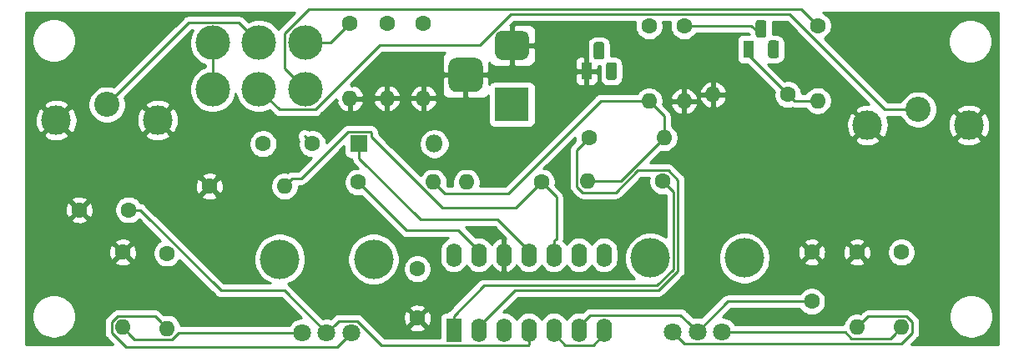
<source format=gbr>
G04 #@! TF.GenerationSoftware,KiCad,Pcbnew,5.1.10*
G04 #@! TF.CreationDate,2021-10-22T12:56:56+13:00*
G04 #@! TF.ProjectId,two_comparator_effect,74776f5f-636f-46d7-9061-7261746f725f,rev?*
G04 #@! TF.SameCoordinates,Original*
G04 #@! TF.FileFunction,Copper,L1,Top*
G04 #@! TF.FilePolarity,Positive*
%FSLAX46Y46*%
G04 Gerber Fmt 4.6, Leading zero omitted, Abs format (unit mm)*
G04 Created by KiCad (PCBNEW 5.1.10) date 2021-10-22 12:56:56*
%MOMM*%
%LPD*%
G01*
G04 APERTURE LIST*
G04 #@! TA.AperFunction,ComponentPad*
%ADD10O,1.600000X1.600000*%
G04 #@! TD*
G04 #@! TA.AperFunction,ComponentPad*
%ADD11C,1.600000*%
G04 #@! TD*
G04 #@! TA.AperFunction,ComponentPad*
%ADD12C,1.800000*%
G04 #@! TD*
G04 #@! TA.AperFunction,WasherPad*
%ADD13C,4.000000*%
G04 #@! TD*
G04 #@! TA.AperFunction,ComponentPad*
%ADD14R,1.100000X1.800000*%
G04 #@! TD*
G04 #@! TA.AperFunction,ComponentPad*
%ADD15R,1.800000X1.800000*%
G04 #@! TD*
G04 #@! TA.AperFunction,ComponentPad*
%ADD16O,1.800000X1.800000*%
G04 #@! TD*
G04 #@! TA.AperFunction,ComponentPad*
%ADD17R,3.500000X3.500000*%
G04 #@! TD*
G04 #@! TA.AperFunction,ComponentPad*
%ADD18R,1.600000X2.400000*%
G04 #@! TD*
G04 #@! TA.AperFunction,ComponentPad*
%ADD19O,1.600000X2.400000*%
G04 #@! TD*
G04 #@! TA.AperFunction,ComponentPad*
%ADD20C,3.000000*%
G04 #@! TD*
G04 #@! TA.AperFunction,ComponentPad*
%ADD21C,2.550000*%
G04 #@! TD*
G04 #@! TA.AperFunction,ComponentPad*
%ADD22C,3.500000*%
G04 #@! TD*
G04 #@! TA.AperFunction,Conductor*
%ADD23C,0.250000*%
G04 #@! TD*
G04 #@! TA.AperFunction,Conductor*
%ADD24C,0.254000*%
G04 #@! TD*
G04 #@! TA.AperFunction,Conductor*
%ADD25C,0.100000*%
G04 #@! TD*
G04 APERTURE END LIST*
D10*
X147680000Y-62800000D03*
D11*
X155300000Y-62800000D03*
D12*
X156300000Y-78100000D03*
X158800000Y-78100000D03*
X161300000Y-78100000D03*
D13*
X154050000Y-70600000D03*
X163550000Y-70600000D03*
D14*
X147550000Y-51625000D03*
G04 #@! TA.AperFunction,ComponentPad*
G36*
G01*
X149540000Y-52250000D02*
X149540000Y-51000000D01*
G75*
G02*
X149815000Y-50725000I275000J0D01*
G01*
X150365000Y-50725000D01*
G75*
G02*
X150640000Y-51000000I0J-275000D01*
G01*
X150640000Y-52250000D01*
G75*
G02*
X150365000Y-52525000I-275000J0D01*
G01*
X149815000Y-52525000D01*
G75*
G02*
X149540000Y-52250000I0J275000D01*
G01*
G37*
G04 #@! TD.AperFunction*
G04 #@! TA.AperFunction,ComponentPad*
G36*
G01*
X148270000Y-50180000D02*
X148270000Y-48930000D01*
G75*
G02*
X148545000Y-48655000I275000J0D01*
G01*
X149095000Y-48655000D01*
G75*
G02*
X149370000Y-48930000I0J-275000D01*
G01*
X149370000Y-50180000D01*
G75*
G02*
X149095000Y-50455000I-275000J0D01*
G01*
X148545000Y-50455000D01*
G75*
G02*
X148270000Y-50180000I0J275000D01*
G01*
G37*
G04 #@! TD.AperFunction*
X164000000Y-49400000D03*
G04 #@! TA.AperFunction,ComponentPad*
G36*
G01*
X165990000Y-50025000D02*
X165990000Y-48775000D01*
G75*
G02*
X166265000Y-48500000I275000J0D01*
G01*
X166815000Y-48500000D01*
G75*
G02*
X167090000Y-48775000I0J-275000D01*
G01*
X167090000Y-50025000D01*
G75*
G02*
X166815000Y-50300000I-275000J0D01*
G01*
X166265000Y-50300000D01*
G75*
G02*
X165990000Y-50025000I0J275000D01*
G01*
G37*
G04 #@! TD.AperFunction*
G04 #@! TA.AperFunction,ComponentPad*
G36*
G01*
X164720000Y-47955000D02*
X164720000Y-46705000D01*
G75*
G02*
X164995000Y-46430000I275000J0D01*
G01*
X165545000Y-46430000D01*
G75*
G02*
X165820000Y-46705000I0J-275000D01*
G01*
X165820000Y-47955000D01*
G75*
G02*
X165545000Y-48230000I-275000J0D01*
G01*
X164995000Y-48230000D01*
G75*
G02*
X164720000Y-47955000I0J275000D01*
G01*
G37*
G04 #@! TD.AperFunction*
D11*
X96100000Y-65700000D03*
X101100000Y-65700000D03*
X170400000Y-75000000D03*
X170400000Y-70000000D03*
X119750000Y-59000000D03*
X114750000Y-59000000D03*
D15*
X124500000Y-59000000D03*
D16*
X132120000Y-59000000D03*
D17*
X140000000Y-55000000D03*
G04 #@! TA.AperFunction,ComponentPad*
G36*
G01*
X139000000Y-47500000D02*
X141000000Y-47500000D01*
G75*
G02*
X141750000Y-48250000I0J-750000D01*
G01*
X141750000Y-49750000D01*
G75*
G02*
X141000000Y-50500000I-750000J0D01*
G01*
X139000000Y-50500000D01*
G75*
G02*
X138250000Y-49750000I0J750000D01*
G01*
X138250000Y-48250000D01*
G75*
G02*
X139000000Y-47500000I750000J0D01*
G01*
G37*
G04 #@! TD.AperFunction*
G04 #@! TA.AperFunction,ComponentPad*
G36*
G01*
X134425000Y-50250000D02*
X136175000Y-50250000D01*
G75*
G02*
X137050000Y-51125000I0J-875000D01*
G01*
X137050000Y-52875000D01*
G75*
G02*
X136175000Y-53750000I-875000J0D01*
G01*
X134425000Y-53750000D01*
G75*
G02*
X133550000Y-52875000I0J875000D01*
G01*
X133550000Y-51125000D01*
G75*
G02*
X134425000Y-50250000I875000J0D01*
G01*
G37*
G04 #@! TD.AperFunction*
D11*
X105000000Y-70100000D03*
D10*
X105000000Y-77720000D03*
X153900000Y-54670000D03*
D11*
X153900000Y-47050000D03*
X147800000Y-58400000D03*
D10*
X155420000Y-58400000D03*
X100500000Y-77620000D03*
D11*
X100500000Y-70000000D03*
D10*
X179500000Y-77620000D03*
D11*
X179500000Y-70000000D03*
X175000000Y-70000000D03*
D10*
X175000000Y-77620000D03*
D11*
X123575000Y-46775000D03*
D10*
X123575000Y-54395000D03*
X127325000Y-54370000D03*
D11*
X127325000Y-46750000D03*
D10*
X171000000Y-54620000D03*
D11*
X171000000Y-47000000D03*
X168000000Y-54000000D03*
D10*
X160380000Y-54000000D03*
D11*
X143000000Y-62900000D03*
D10*
X135380000Y-62900000D03*
D11*
X124400000Y-62900000D03*
D10*
X132020000Y-62900000D03*
X157450000Y-54670000D03*
D11*
X157450000Y-47050000D03*
D10*
X116920000Y-63300000D03*
D11*
X109300000Y-63300000D03*
X131025000Y-46750000D03*
D10*
X131025000Y-54370000D03*
D13*
X125950000Y-70700000D03*
X116450000Y-70700000D03*
D12*
X123700000Y-78200000D03*
X121200000Y-78200000D03*
X118700000Y-78200000D03*
D11*
X130400000Y-71700000D03*
X130400000Y-76700000D03*
D18*
X134100000Y-77900000D03*
D19*
X149340000Y-70280000D03*
X136640000Y-77900000D03*
X146800000Y-70280000D03*
X139180000Y-77900000D03*
X144260000Y-70280000D03*
X141720000Y-77900000D03*
X141720000Y-70280000D03*
X144260000Y-77900000D03*
X139180000Y-70280000D03*
X146800000Y-77900000D03*
X136640000Y-70280000D03*
X149340000Y-77900000D03*
X134100000Y-70280000D03*
D20*
X93750000Y-56600000D03*
X104050000Y-56600000D03*
D21*
X98900000Y-55000000D03*
X181200000Y-55500000D03*
D20*
X186350000Y-57100000D03*
X176050000Y-57100000D03*
D22*
X109625000Y-48750000D03*
X114325000Y-48750000D03*
X119025000Y-48750000D03*
X109625000Y-53450000D03*
X119025000Y-53450000D03*
X114325000Y-53450000D03*
D23*
X102231370Y-65700000D02*
X101100000Y-65700000D01*
X102265002Y-65700000D02*
X102231370Y-65700000D01*
X110465002Y-73900000D02*
X102265002Y-65700000D01*
X116900000Y-73900000D02*
X110465002Y-73900000D01*
X121200000Y-78200000D02*
X116900000Y-73900000D01*
X122099999Y-77300001D02*
X121200000Y-78200000D01*
X122425001Y-76974999D02*
X122099999Y-77300001D01*
X126738003Y-79425001D02*
X124288001Y-76974999D01*
X124288001Y-76974999D02*
X122425001Y-76974999D01*
X141644999Y-79425001D02*
X126738003Y-79425001D01*
X141720000Y-79350000D02*
X141644999Y-79425001D01*
X141720000Y-77900000D02*
X141720000Y-79350000D01*
X161900000Y-75000000D02*
X170400000Y-75000000D01*
X158800000Y-78100000D02*
X161900000Y-75000000D01*
X157900001Y-77200001D02*
X158800000Y-78100000D01*
X157074990Y-76374990D02*
X157900001Y-77200001D01*
X146800000Y-77500000D02*
X147925010Y-76374990D01*
X147925010Y-76374990D02*
X157074990Y-76374990D01*
X146800000Y-77900000D02*
X146800000Y-77500000D01*
X118950001Y-58200001D02*
X119750000Y-59000000D01*
X145385010Y-79425010D02*
X144260000Y-78300000D01*
X149340000Y-78300000D02*
X148214990Y-79425010D01*
X144260000Y-78300000D02*
X144260000Y-77900000D01*
X148214990Y-79425010D02*
X145385010Y-79425010D01*
X149340000Y-77900000D02*
X149340000Y-78300000D01*
X141720000Y-69880000D02*
X138540000Y-66700000D01*
X141720000Y-70280000D02*
X141720000Y-69880000D01*
X138540000Y-66700000D02*
X130700000Y-66700000D01*
X124500000Y-60500000D02*
X124500000Y-59000000D01*
X130700000Y-66700000D02*
X124500000Y-60500000D01*
X120021001Y-55525001D02*
X126550000Y-48996002D01*
X116400001Y-55525001D02*
X120021001Y-55525001D01*
X114325000Y-53450000D02*
X116400001Y-55525001D01*
X136733702Y-48996002D02*
X139879704Y-45850000D01*
X126550000Y-48996002D02*
X136733702Y-48996002D01*
X168184998Y-45850000D02*
X177834998Y-55500000D01*
X177834998Y-55500000D02*
X181200000Y-55500000D01*
X139879704Y-45850000D02*
X168184998Y-45850000D01*
X168620000Y-54620000D02*
X168000000Y-54000000D01*
X171000000Y-54620000D02*
X168620000Y-54620000D01*
X164000000Y-50000000D02*
X164000000Y-49000000D01*
X168000000Y-54000000D02*
X164000000Y-50000000D01*
X165270000Y-48000000D02*
X164270000Y-47000000D01*
X151020000Y-62800000D02*
X155420000Y-58400000D01*
X147680000Y-62800000D02*
X151020000Y-62800000D01*
X157500000Y-47000000D02*
X157450000Y-47050000D01*
X164270000Y-47000000D02*
X157500000Y-47000000D01*
X153850000Y-54620000D02*
X153900000Y-54670000D01*
X149000000Y-54620000D02*
X153850000Y-54620000D01*
X139594999Y-64025001D02*
X149000000Y-54620000D01*
X133145001Y-64025001D02*
X139594999Y-64025001D01*
X132020000Y-62900000D02*
X133145001Y-64025001D01*
X155420000Y-56190000D02*
X153900000Y-54670000D01*
X155420000Y-58400000D02*
X155420000Y-56190000D01*
X104200001Y-76920001D02*
X105000000Y-77720000D01*
X103774999Y-76494999D02*
X104200001Y-76920001D01*
X99959999Y-76494999D02*
X103774999Y-76494999D01*
X99374999Y-78160001D02*
X99374999Y-77079999D01*
X100864988Y-79649990D02*
X99374999Y-78160001D01*
X99374999Y-77079999D02*
X99959999Y-76494999D01*
X122250010Y-79649990D02*
X100864988Y-79649990D01*
X123700000Y-78200000D02*
X122250010Y-79649990D01*
X147000001Y-59199999D02*
X147800000Y-58400000D01*
X146554999Y-59645001D02*
X147000001Y-59199999D01*
X147139999Y-63925001D02*
X146554999Y-63340001D01*
X150531409Y-63925001D02*
X147139999Y-63925001D01*
X152781411Y-61674999D02*
X150531409Y-63925001D01*
X155840001Y-61674999D02*
X152781411Y-61674999D01*
X156825011Y-62660009D02*
X155840001Y-61674999D01*
X156825011Y-71902401D02*
X156825011Y-62660009D01*
X154877403Y-73850009D02*
X156825011Y-71902401D01*
X140289990Y-73850010D02*
X154877403Y-73850009D01*
X136640000Y-77500000D02*
X140289990Y-73850010D01*
X146554999Y-63340001D02*
X146554999Y-59645001D01*
X136640000Y-77900000D02*
X136640000Y-77500000D01*
X101299999Y-78419999D02*
X100500000Y-77620000D01*
X101725001Y-78845001D02*
X101299999Y-78419999D01*
X105540001Y-78845001D02*
X101725001Y-78845001D01*
X106185002Y-78200000D02*
X105540001Y-78845001D01*
X118700000Y-78200000D02*
X106185002Y-78200000D01*
X179120000Y-78000000D02*
X179500000Y-77620000D01*
X178374999Y-78745001D02*
X178700001Y-78419999D01*
X174459999Y-78745001D02*
X178374999Y-78745001D01*
X178700001Y-78419999D02*
X179500000Y-77620000D01*
X173814998Y-78100000D02*
X174459999Y-78745001D01*
X161300000Y-78100000D02*
X173814998Y-78100000D01*
X134100000Y-76450000D02*
X137150000Y-73400000D01*
X134100000Y-77900000D02*
X134100000Y-76450000D01*
X156375001Y-71716001D02*
X156375001Y-63875001D01*
X154691002Y-73400000D02*
X156375001Y-71716001D01*
X156099999Y-63599999D02*
X155300000Y-62800000D01*
X156375001Y-63875001D02*
X156099999Y-63599999D01*
X137150000Y-73400000D02*
X154691002Y-73400000D01*
X157525001Y-79325001D02*
X157199999Y-78999999D01*
X179460001Y-79325001D02*
X157525001Y-79325001D01*
X180625001Y-78160001D02*
X179460001Y-79325001D01*
X180625001Y-77079999D02*
X180625001Y-78160001D01*
X157199999Y-78999999D02*
X156300000Y-78100000D01*
X180040001Y-76494999D02*
X180625001Y-77079999D01*
X176125001Y-76494999D02*
X180040001Y-76494999D01*
X175000000Y-77620000D02*
X176125001Y-76494999D01*
X144390000Y-68700000D02*
X144260000Y-68830000D01*
X144260000Y-68830000D02*
X144260000Y-70280000D01*
X144500000Y-64400000D02*
X144500000Y-68700000D01*
X144500000Y-68700000D02*
X144390000Y-68700000D01*
X143000000Y-62900000D02*
X144500000Y-64400000D01*
X123339999Y-57774999D02*
X118614997Y-62500001D01*
X125660001Y-57774999D02*
X123339999Y-57774999D01*
X118614997Y-62500001D02*
X117719999Y-62500001D01*
X125725001Y-57839999D02*
X125660001Y-57774999D01*
X117719999Y-62500001D02*
X116920000Y-63300000D01*
X125725001Y-58270003D02*
X125725001Y-57839999D01*
X132954998Y-65500000D02*
X125725001Y-58270003D01*
X140400000Y-65500000D02*
X132954998Y-65500000D01*
X143000000Y-62900000D02*
X140400000Y-65500000D01*
X124400000Y-63440000D02*
X124400000Y-62900000D01*
X136640000Y-69880000D02*
X134560000Y-67800000D01*
X136640000Y-70280000D02*
X136640000Y-69880000D01*
X129300000Y-67800000D02*
X124400000Y-62900000D01*
X134560000Y-67800000D02*
X129300000Y-67800000D01*
X121600000Y-48750000D02*
X123575000Y-46775000D01*
X119025000Y-48750000D02*
X121600000Y-48750000D01*
X112249999Y-46674999D02*
X114325000Y-48750000D01*
X98900000Y-55000000D02*
X107225001Y-46674999D01*
X112249999Y-46674999D02*
X107225001Y-46674999D01*
X171000000Y-47000000D02*
X169350010Y-45350010D01*
X116949999Y-51374999D02*
X119025000Y-53450000D01*
X119353988Y-45350010D02*
X116949999Y-47753999D01*
X116949999Y-47753999D02*
X116949999Y-51374999D01*
X169350010Y-45350010D02*
X119353988Y-45350010D01*
X109625000Y-48750000D02*
X109625000Y-53450000D01*
D24*
X116439002Y-47190195D02*
X116409998Y-47213998D01*
X116375676Y-47255820D01*
X116315025Y-47329723D01*
X116283644Y-47388432D01*
X116177550Y-47229651D01*
X115845349Y-46897450D01*
X115454721Y-46636440D01*
X115020679Y-46456654D01*
X114559902Y-46365000D01*
X114090098Y-46365000D01*
X113629321Y-46456654D01*
X113259599Y-46609798D01*
X112813803Y-46164002D01*
X112790000Y-46134998D01*
X112674275Y-46040025D01*
X112542246Y-45969453D01*
X112398985Y-45925996D01*
X112287332Y-45914999D01*
X112287321Y-45914999D01*
X112249999Y-45911323D01*
X112212677Y-45914999D01*
X107262323Y-45914999D01*
X107225000Y-45911323D01*
X107187677Y-45914999D01*
X107187668Y-45914999D01*
X107076015Y-45925996D01*
X106932754Y-45969453D01*
X106800725Y-46040025D01*
X106685000Y-46134998D01*
X106661202Y-46163996D01*
X99601852Y-53223347D01*
X99457127Y-53163400D01*
X99088119Y-53090000D01*
X98711881Y-53090000D01*
X98342873Y-53163400D01*
X97995276Y-53307380D01*
X97682446Y-53516406D01*
X97416406Y-53782446D01*
X97207380Y-54095276D01*
X97063400Y-54442873D01*
X96990000Y-54811881D01*
X96990000Y-55188119D01*
X97063400Y-55557127D01*
X97207380Y-55904724D01*
X97416406Y-56217554D01*
X97682446Y-56483594D01*
X97995276Y-56692620D01*
X98342873Y-56836600D01*
X98711881Y-56910000D01*
X99088119Y-56910000D01*
X99457127Y-56836600D01*
X99804724Y-56692620D01*
X99879249Y-56642824D01*
X101905098Y-56642824D01*
X101954666Y-57060451D01*
X102084757Y-57460383D01*
X102242786Y-57756038D01*
X102558347Y-57912048D01*
X103870395Y-56600000D01*
X104229605Y-56600000D01*
X105541653Y-57912048D01*
X105857214Y-57756038D01*
X106048020Y-57381255D01*
X106162044Y-56976449D01*
X106194902Y-56557176D01*
X106145334Y-56139549D01*
X106015243Y-55739617D01*
X105857214Y-55443962D01*
X105541653Y-55287952D01*
X104229605Y-56600000D01*
X103870395Y-56600000D01*
X102558347Y-55287952D01*
X102242786Y-55443962D01*
X102051980Y-55818745D01*
X101937956Y-56223551D01*
X101905098Y-56642824D01*
X99879249Y-56642824D01*
X100117554Y-56483594D01*
X100383594Y-56217554D01*
X100592620Y-55904724D01*
X100736600Y-55557127D01*
X100810000Y-55188119D01*
X100810000Y-55108347D01*
X102737952Y-55108347D01*
X104050000Y-56420395D01*
X105362048Y-55108347D01*
X105206038Y-54792786D01*
X104831255Y-54601980D01*
X104426449Y-54487956D01*
X104007176Y-54455098D01*
X103589549Y-54504666D01*
X103189617Y-54634757D01*
X102893962Y-54792786D01*
X102737952Y-55108347D01*
X100810000Y-55108347D01*
X100810000Y-54811881D01*
X100736600Y-54442873D01*
X100676653Y-54298148D01*
X107539803Y-47434999D01*
X107635240Y-47434999D01*
X107511440Y-47620279D01*
X107331654Y-48054321D01*
X107240000Y-48515098D01*
X107240000Y-48984902D01*
X107331654Y-49445679D01*
X107511440Y-49879721D01*
X107772450Y-50270349D01*
X108104651Y-50602550D01*
X108495279Y-50863560D01*
X108865000Y-51016704D01*
X108865001Y-51183296D01*
X108495279Y-51336440D01*
X108104651Y-51597450D01*
X107772450Y-51929651D01*
X107511440Y-52320279D01*
X107331654Y-52754321D01*
X107240000Y-53215098D01*
X107240000Y-53684902D01*
X107331654Y-54145679D01*
X107511440Y-54579721D01*
X107772450Y-54970349D01*
X108104651Y-55302550D01*
X108495279Y-55563560D01*
X108929321Y-55743346D01*
X109390098Y-55835000D01*
X109859902Y-55835000D01*
X110320679Y-55743346D01*
X110754721Y-55563560D01*
X111145349Y-55302550D01*
X111477550Y-54970349D01*
X111738560Y-54579721D01*
X111918346Y-54145679D01*
X111975000Y-53860859D01*
X112031654Y-54145679D01*
X112211440Y-54579721D01*
X112472450Y-54970349D01*
X112804651Y-55302550D01*
X113195279Y-55563560D01*
X113629321Y-55743346D01*
X114090098Y-55835000D01*
X114559902Y-55835000D01*
X115020679Y-55743346D01*
X115390401Y-55590202D01*
X115836202Y-56036004D01*
X115860000Y-56065002D01*
X115888998Y-56088800D01*
X115975725Y-56159975D01*
X116107754Y-56230547D01*
X116251015Y-56274004D01*
X116400001Y-56288678D01*
X116437334Y-56285001D01*
X119983679Y-56285001D01*
X120021001Y-56288677D01*
X120058323Y-56285001D01*
X120058334Y-56285001D01*
X120169987Y-56274004D01*
X120313248Y-56230547D01*
X120445277Y-56159975D01*
X120561002Y-56065002D01*
X120584805Y-56035998D01*
X122140000Y-54480803D01*
X122140000Y-54522002D01*
X122304375Y-54522002D01*
X122183091Y-54744040D01*
X122277930Y-55008881D01*
X122422615Y-55250131D01*
X122611586Y-55458519D01*
X122837580Y-55626037D01*
X123091913Y-55746246D01*
X123225961Y-55786904D01*
X123448000Y-55664915D01*
X123448000Y-54522000D01*
X123702000Y-54522000D01*
X123702000Y-55664915D01*
X123924039Y-55786904D01*
X124058087Y-55746246D01*
X124312420Y-55626037D01*
X124538414Y-55458519D01*
X124727385Y-55250131D01*
X124872070Y-55008881D01*
X124966909Y-54744040D01*
X124953254Y-54719040D01*
X125933091Y-54719040D01*
X126027930Y-54983881D01*
X126172615Y-55225131D01*
X126361586Y-55433519D01*
X126587580Y-55601037D01*
X126841913Y-55721246D01*
X126975961Y-55761904D01*
X127198000Y-55639915D01*
X127198000Y-54497000D01*
X127452000Y-54497000D01*
X127452000Y-55639915D01*
X127674039Y-55761904D01*
X127808087Y-55721246D01*
X128062420Y-55601037D01*
X128288414Y-55433519D01*
X128477385Y-55225131D01*
X128622070Y-54983881D01*
X128716909Y-54719040D01*
X129633091Y-54719040D01*
X129727930Y-54983881D01*
X129872615Y-55225131D01*
X130061586Y-55433519D01*
X130287580Y-55601037D01*
X130541913Y-55721246D01*
X130675961Y-55761904D01*
X130898000Y-55639915D01*
X130898000Y-54497000D01*
X131152000Y-54497000D01*
X131152000Y-55639915D01*
X131374039Y-55761904D01*
X131508087Y-55721246D01*
X131762420Y-55601037D01*
X131988414Y-55433519D01*
X132177385Y-55225131D01*
X132322070Y-54983881D01*
X132416909Y-54719040D01*
X132295624Y-54497000D01*
X131152000Y-54497000D01*
X130898000Y-54497000D01*
X129754376Y-54497000D01*
X129633091Y-54719040D01*
X128716909Y-54719040D01*
X128595624Y-54497000D01*
X127452000Y-54497000D01*
X127198000Y-54497000D01*
X126054376Y-54497000D01*
X125933091Y-54719040D01*
X124953254Y-54719040D01*
X124845624Y-54522000D01*
X123702000Y-54522000D01*
X123448000Y-54522000D01*
X123428000Y-54522000D01*
X123428000Y-54268000D01*
X123448000Y-54268000D01*
X123448000Y-54248000D01*
X123702000Y-54248000D01*
X123702000Y-54268000D01*
X124845624Y-54268000D01*
X124966909Y-54045960D01*
X124957957Y-54020960D01*
X125933091Y-54020960D01*
X126054376Y-54243000D01*
X127198000Y-54243000D01*
X127198000Y-53100085D01*
X127452000Y-53100085D01*
X127452000Y-54243000D01*
X128595624Y-54243000D01*
X128716909Y-54020960D01*
X129633091Y-54020960D01*
X129754376Y-54243000D01*
X130898000Y-54243000D01*
X130898000Y-53100085D01*
X131152000Y-53100085D01*
X131152000Y-54243000D01*
X132295624Y-54243000D01*
X132416909Y-54020960D01*
X132322070Y-53756119D01*
X132318401Y-53750000D01*
X132911928Y-53750000D01*
X132924188Y-53874482D01*
X132960498Y-53994180D01*
X133019463Y-54104494D01*
X133098815Y-54201185D01*
X133195506Y-54280537D01*
X133305820Y-54339502D01*
X133425518Y-54375812D01*
X133550000Y-54388072D01*
X135014250Y-54385000D01*
X135173000Y-54226250D01*
X135173000Y-52127000D01*
X135427000Y-52127000D01*
X135427000Y-54226250D01*
X135585750Y-54385000D01*
X137050000Y-54388072D01*
X137174482Y-54375812D01*
X137294180Y-54339502D01*
X137404494Y-54280537D01*
X137501185Y-54201185D01*
X137580537Y-54104494D01*
X137611928Y-54045767D01*
X137611928Y-56750000D01*
X137624188Y-56874482D01*
X137660498Y-56994180D01*
X137719463Y-57104494D01*
X137798815Y-57201185D01*
X137895506Y-57280537D01*
X138005820Y-57339502D01*
X138125518Y-57375812D01*
X138250000Y-57388072D01*
X141750000Y-57388072D01*
X141874482Y-57375812D01*
X141994180Y-57339502D01*
X142104494Y-57280537D01*
X142201185Y-57201185D01*
X142280537Y-57104494D01*
X142339502Y-56994180D01*
X142375812Y-56874482D01*
X142388072Y-56750000D01*
X142388072Y-53250000D01*
X142375812Y-53125518D01*
X142339502Y-53005820D01*
X142280537Y-52895506D01*
X142201185Y-52798815D01*
X142104494Y-52719463D01*
X141994180Y-52660498D01*
X141874482Y-52624188D01*
X141750000Y-52611928D01*
X138250000Y-52611928D01*
X138125518Y-52624188D01*
X138005820Y-52660498D01*
X137895506Y-52719463D01*
X137798815Y-52798815D01*
X137719463Y-52895506D01*
X137686409Y-52957345D01*
X137685502Y-52525000D01*
X146361928Y-52525000D01*
X146374188Y-52649482D01*
X146410498Y-52769180D01*
X146469463Y-52879494D01*
X146548815Y-52976185D01*
X146645506Y-53055537D01*
X146755820Y-53114502D01*
X146875518Y-53150812D01*
X147000000Y-53163072D01*
X147264250Y-53160000D01*
X147423000Y-53001250D01*
X147423000Y-51752000D01*
X147677000Y-51752000D01*
X147677000Y-53001250D01*
X147835750Y-53160000D01*
X148100000Y-53163072D01*
X148224482Y-53150812D01*
X148344180Y-53114502D01*
X148454494Y-53055537D01*
X148551185Y-52976185D01*
X148630537Y-52879494D01*
X148689502Y-52769180D01*
X148725812Y-52649482D01*
X148738072Y-52525000D01*
X148735000Y-51910750D01*
X148576250Y-51752000D01*
X147677000Y-51752000D01*
X147423000Y-51752000D01*
X146523750Y-51752000D01*
X146365000Y-51910750D01*
X146361928Y-52525000D01*
X137685502Y-52525000D01*
X137685000Y-52285750D01*
X137526250Y-52127000D01*
X135427000Y-52127000D01*
X135173000Y-52127000D01*
X133073750Y-52127000D01*
X132915000Y-52285750D01*
X132911928Y-53750000D01*
X132318401Y-53750000D01*
X132177385Y-53514869D01*
X131988414Y-53306481D01*
X131762420Y-53138963D01*
X131508087Y-53018754D01*
X131374039Y-52978096D01*
X131152000Y-53100085D01*
X130898000Y-53100085D01*
X130675961Y-52978096D01*
X130541913Y-53018754D01*
X130287580Y-53138963D01*
X130061586Y-53306481D01*
X129872615Y-53514869D01*
X129727930Y-53756119D01*
X129633091Y-54020960D01*
X128716909Y-54020960D01*
X128622070Y-53756119D01*
X128477385Y-53514869D01*
X128288414Y-53306481D01*
X128062420Y-53138963D01*
X127808087Y-53018754D01*
X127674039Y-52978096D01*
X127452000Y-53100085D01*
X127198000Y-53100085D01*
X126975961Y-52978096D01*
X126841913Y-53018754D01*
X126587580Y-53138963D01*
X126361586Y-53306481D01*
X126172615Y-53514869D01*
X126027930Y-53756119D01*
X125933091Y-54020960D01*
X124957957Y-54020960D01*
X124872070Y-53781119D01*
X124727385Y-53539869D01*
X124538414Y-53331481D01*
X124312420Y-53163963D01*
X124058087Y-53043754D01*
X123924039Y-53003096D01*
X123702002Y-53125084D01*
X123702002Y-52960000D01*
X123660803Y-52960000D01*
X126864802Y-49756002D01*
X133150983Y-49756002D01*
X133098815Y-49798815D01*
X133019463Y-49895506D01*
X132960498Y-50005820D01*
X132924188Y-50125518D01*
X132911928Y-50250000D01*
X132915000Y-51714250D01*
X133073750Y-51873000D01*
X135173000Y-51873000D01*
X135173000Y-51853000D01*
X135427000Y-51853000D01*
X135427000Y-51873000D01*
X137526250Y-51873000D01*
X137685000Y-51714250D01*
X137686931Y-50793633D01*
X137719463Y-50854494D01*
X137798815Y-50951185D01*
X137895506Y-51030537D01*
X138005820Y-51089502D01*
X138125518Y-51125812D01*
X138250000Y-51138072D01*
X139714250Y-51135000D01*
X139873000Y-50976250D01*
X139873000Y-49127000D01*
X140127000Y-49127000D01*
X140127000Y-50976250D01*
X140285750Y-51135000D01*
X141750000Y-51138072D01*
X141874482Y-51125812D01*
X141994180Y-51089502D01*
X142104494Y-51030537D01*
X142201185Y-50951185D01*
X142280537Y-50854494D01*
X142339502Y-50744180D01*
X142345320Y-50725000D01*
X146361928Y-50725000D01*
X146365000Y-51339250D01*
X146523750Y-51498000D01*
X147423000Y-51498000D01*
X147423000Y-50248750D01*
X147264250Y-50090000D01*
X147000000Y-50086928D01*
X146875518Y-50099188D01*
X146755820Y-50135498D01*
X146645506Y-50194463D01*
X146548815Y-50273815D01*
X146469463Y-50370506D01*
X146410498Y-50480820D01*
X146374188Y-50600518D01*
X146361928Y-50725000D01*
X142345320Y-50725000D01*
X142375812Y-50624482D01*
X142388072Y-50500000D01*
X142385000Y-49285750D01*
X142226250Y-49127000D01*
X140127000Y-49127000D01*
X139873000Y-49127000D01*
X139853000Y-49127000D01*
X139853000Y-48930000D01*
X147631928Y-48930000D01*
X147631928Y-50180000D01*
X147649472Y-50358132D01*
X147677000Y-50448880D01*
X147677000Y-51498000D01*
X148576250Y-51498000D01*
X148735000Y-51339250D01*
X148736231Y-51093072D01*
X148901928Y-51093072D01*
X148901928Y-52250000D01*
X148919472Y-52428132D01*
X148971431Y-52599418D01*
X149055808Y-52757276D01*
X149169361Y-52895639D01*
X149307724Y-53009192D01*
X149465582Y-53093569D01*
X149636868Y-53145528D01*
X149815000Y-53163072D01*
X150365000Y-53163072D01*
X150543132Y-53145528D01*
X150714418Y-53093569D01*
X150872276Y-53009192D01*
X151010639Y-52895639D01*
X151124192Y-52757276D01*
X151208569Y-52599418D01*
X151260528Y-52428132D01*
X151278072Y-52250000D01*
X151278072Y-51000000D01*
X151260528Y-50821868D01*
X151208569Y-50650582D01*
X151124192Y-50492724D01*
X151010639Y-50354361D01*
X150872276Y-50240808D01*
X150714418Y-50156431D01*
X150543132Y-50104472D01*
X150365000Y-50086928D01*
X150008072Y-50086928D01*
X150008072Y-48930000D01*
X149990528Y-48751868D01*
X149938569Y-48580582D01*
X149854192Y-48422724D01*
X149740639Y-48284361D01*
X149602276Y-48170808D01*
X149444418Y-48086431D01*
X149273132Y-48034472D01*
X149095000Y-48016928D01*
X148545000Y-48016928D01*
X148366868Y-48034472D01*
X148195582Y-48086431D01*
X148037724Y-48170808D01*
X147899361Y-48284361D01*
X147785808Y-48422724D01*
X147701431Y-48580582D01*
X147649472Y-48751868D01*
X147631928Y-48930000D01*
X139853000Y-48930000D01*
X139853000Y-48873000D01*
X139873000Y-48873000D01*
X139873000Y-47023750D01*
X140127000Y-47023750D01*
X140127000Y-48873000D01*
X142226250Y-48873000D01*
X142385000Y-48714250D01*
X142388072Y-47500000D01*
X142375812Y-47375518D01*
X142339502Y-47255820D01*
X142280537Y-47145506D01*
X142201185Y-47048815D01*
X142104494Y-46969463D01*
X141994180Y-46910498D01*
X141874482Y-46874188D01*
X141750000Y-46861928D01*
X140285750Y-46865000D01*
X140127000Y-47023750D01*
X139873000Y-47023750D01*
X139826878Y-46977628D01*
X140194506Y-46610000D01*
X152529022Y-46610000D01*
X152520147Y-46631426D01*
X152465000Y-46908665D01*
X152465000Y-47191335D01*
X152520147Y-47468574D01*
X152628320Y-47729727D01*
X152785363Y-47964759D01*
X152985241Y-48164637D01*
X153220273Y-48321680D01*
X153481426Y-48429853D01*
X153758665Y-48485000D01*
X154041335Y-48485000D01*
X154318574Y-48429853D01*
X154579727Y-48321680D01*
X154814759Y-48164637D01*
X155014637Y-47964759D01*
X155171680Y-47729727D01*
X155279853Y-47468574D01*
X155335000Y-47191335D01*
X155335000Y-46908665D01*
X155279853Y-46631426D01*
X155270978Y-46610000D01*
X156079022Y-46610000D01*
X156070147Y-46631426D01*
X156015000Y-46908665D01*
X156015000Y-47191335D01*
X156070147Y-47468574D01*
X156178320Y-47729727D01*
X156335363Y-47964759D01*
X156535241Y-48164637D01*
X156770273Y-48321680D01*
X157031426Y-48429853D01*
X157308665Y-48485000D01*
X157591335Y-48485000D01*
X157868574Y-48429853D01*
X158129727Y-48321680D01*
X158364759Y-48164637D01*
X158564637Y-47964759D01*
X158701452Y-47760000D01*
X163955199Y-47760000D01*
X164057127Y-47861928D01*
X163450000Y-47861928D01*
X163325518Y-47874188D01*
X163205820Y-47910498D01*
X163095506Y-47969463D01*
X162998815Y-48048815D01*
X162919463Y-48145506D01*
X162860498Y-48255820D01*
X162824188Y-48375518D01*
X162811928Y-48500000D01*
X162811928Y-50300000D01*
X162824188Y-50424482D01*
X162860498Y-50544180D01*
X162919463Y-50654494D01*
X162998815Y-50751185D01*
X163095506Y-50830537D01*
X163205820Y-50889502D01*
X163325518Y-50925812D01*
X163450000Y-50938072D01*
X163863271Y-50938072D01*
X166601312Y-53676114D01*
X166565000Y-53858665D01*
X166565000Y-54141335D01*
X166620147Y-54418574D01*
X166728320Y-54679727D01*
X166885363Y-54914759D01*
X167085241Y-55114637D01*
X167320273Y-55271680D01*
X167581426Y-55379853D01*
X167858665Y-55435000D01*
X168141335Y-55435000D01*
X168418574Y-55379853D01*
X168455863Y-55364407D01*
X168471014Y-55369003D01*
X168582667Y-55380000D01*
X168582676Y-55380000D01*
X168619999Y-55383676D01*
X168657322Y-55380000D01*
X169781957Y-55380000D01*
X169885363Y-55534759D01*
X170085241Y-55734637D01*
X170320273Y-55891680D01*
X170581426Y-55999853D01*
X170858665Y-56055000D01*
X171141335Y-56055000D01*
X171418574Y-55999853D01*
X171679727Y-55891680D01*
X171914759Y-55734637D01*
X172114637Y-55534759D01*
X172271680Y-55299727D01*
X172379853Y-55038574D01*
X172435000Y-54761335D01*
X172435000Y-54478665D01*
X172379853Y-54201426D01*
X172271680Y-53940273D01*
X172114637Y-53705241D01*
X171914759Y-53505363D01*
X171679727Y-53348320D01*
X171418574Y-53240147D01*
X171141335Y-53185000D01*
X170858665Y-53185000D01*
X170581426Y-53240147D01*
X170320273Y-53348320D01*
X170085241Y-53505363D01*
X169885363Y-53705241D01*
X169781957Y-53860000D01*
X169435000Y-53860000D01*
X169435000Y-53858665D01*
X169379853Y-53581426D01*
X169271680Y-53320273D01*
X169114637Y-53085241D01*
X168914759Y-52885363D01*
X168679727Y-52728320D01*
X168418574Y-52620147D01*
X168141335Y-52565000D01*
X167858665Y-52565000D01*
X167676114Y-52601312D01*
X165955470Y-50880669D01*
X166086868Y-50920528D01*
X166265000Y-50938072D01*
X166815000Y-50938072D01*
X166993132Y-50920528D01*
X167164418Y-50868569D01*
X167322276Y-50784192D01*
X167460639Y-50670639D01*
X167574192Y-50532276D01*
X167658569Y-50374418D01*
X167710528Y-50203132D01*
X167728072Y-50025000D01*
X167728072Y-48775000D01*
X167710528Y-48596868D01*
X167658569Y-48425582D01*
X167574192Y-48267724D01*
X167460639Y-48129361D01*
X167322276Y-48015808D01*
X167164418Y-47931431D01*
X166993132Y-47879472D01*
X166815000Y-47861928D01*
X166458072Y-47861928D01*
X166458072Y-46705000D01*
X166448716Y-46610000D01*
X167870197Y-46610000D01*
X176232991Y-54972795D01*
X176007176Y-54955098D01*
X175589549Y-55004666D01*
X175189617Y-55134757D01*
X174893962Y-55292786D01*
X174737952Y-55608347D01*
X176050000Y-56920395D01*
X176064143Y-56906253D01*
X176243748Y-57085858D01*
X176229605Y-57100000D01*
X177541653Y-58412048D01*
X177857214Y-58256038D01*
X178048020Y-57881255D01*
X178162044Y-57476449D01*
X178194902Y-57057176D01*
X178145334Y-56639549D01*
X178021873Y-56260000D01*
X179447433Y-56260000D01*
X179507380Y-56404724D01*
X179716406Y-56717554D01*
X179982446Y-56983594D01*
X180295276Y-57192620D01*
X180642873Y-57336600D01*
X181011881Y-57410000D01*
X181388119Y-57410000D01*
X181757127Y-57336600D01*
X182104724Y-57192620D01*
X182179249Y-57142824D01*
X184205098Y-57142824D01*
X184254666Y-57560451D01*
X184384757Y-57960383D01*
X184542786Y-58256038D01*
X184858347Y-58412048D01*
X186170395Y-57100000D01*
X186529605Y-57100000D01*
X187841653Y-58412048D01*
X188157214Y-58256038D01*
X188348020Y-57881255D01*
X188462044Y-57476449D01*
X188494902Y-57057176D01*
X188445334Y-56639549D01*
X188315243Y-56239617D01*
X188157214Y-55943962D01*
X187841653Y-55787952D01*
X186529605Y-57100000D01*
X186170395Y-57100000D01*
X184858347Y-55787952D01*
X184542786Y-55943962D01*
X184351980Y-56318745D01*
X184237956Y-56723551D01*
X184205098Y-57142824D01*
X182179249Y-57142824D01*
X182417554Y-56983594D01*
X182683594Y-56717554D01*
X182892620Y-56404724D01*
X183036600Y-56057127D01*
X183110000Y-55688119D01*
X183110000Y-55608347D01*
X185037952Y-55608347D01*
X186350000Y-56920395D01*
X187662048Y-55608347D01*
X187506038Y-55292786D01*
X187131255Y-55101980D01*
X186726449Y-54987956D01*
X186307176Y-54955098D01*
X185889549Y-55004666D01*
X185489617Y-55134757D01*
X185193962Y-55292786D01*
X185037952Y-55608347D01*
X183110000Y-55608347D01*
X183110000Y-55311881D01*
X183036600Y-54942873D01*
X182892620Y-54595276D01*
X182683594Y-54282446D01*
X182417554Y-54016406D01*
X182104724Y-53807380D01*
X181757127Y-53663400D01*
X181388119Y-53590000D01*
X181011881Y-53590000D01*
X180642873Y-53663400D01*
X180295276Y-53807380D01*
X179982446Y-54016406D01*
X179716406Y-54282446D01*
X179507380Y-54595276D01*
X179447433Y-54740000D01*
X178149800Y-54740000D01*
X171789672Y-48379872D01*
X184265000Y-48379872D01*
X184265000Y-48820128D01*
X184350890Y-49251925D01*
X184519369Y-49658669D01*
X184763962Y-50024729D01*
X185075271Y-50336038D01*
X185441331Y-50580631D01*
X185848075Y-50749110D01*
X186279872Y-50835000D01*
X186720128Y-50835000D01*
X187151925Y-50749110D01*
X187558669Y-50580631D01*
X187924729Y-50336038D01*
X188236038Y-50024729D01*
X188480631Y-49658669D01*
X188649110Y-49251925D01*
X188735000Y-48820128D01*
X188735000Y-48379872D01*
X188649110Y-47948075D01*
X188480631Y-47541331D01*
X188236038Y-47175271D01*
X187924729Y-46863962D01*
X187558669Y-46619369D01*
X187151925Y-46450890D01*
X186720128Y-46365000D01*
X186279872Y-46365000D01*
X185848075Y-46450890D01*
X185441331Y-46619369D01*
X185075271Y-46863962D01*
X184763962Y-47175271D01*
X184519369Y-47541331D01*
X184350890Y-47948075D01*
X184265000Y-48379872D01*
X171789672Y-48379872D01*
X171680777Y-48270978D01*
X171914759Y-48114637D01*
X172114637Y-47914759D01*
X172271680Y-47679727D01*
X172379853Y-47418574D01*
X172435000Y-47141335D01*
X172435000Y-46858665D01*
X172379853Y-46581426D01*
X172271680Y-46320273D01*
X172114637Y-46085241D01*
X171914759Y-45885363D01*
X171679727Y-45728320D01*
X171514788Y-45660000D01*
X189340000Y-45660000D01*
X189340001Y-79340000D01*
X180519803Y-79340000D01*
X181136004Y-78723800D01*
X181165002Y-78700002D01*
X181259975Y-78584277D01*
X181330547Y-78452248D01*
X181374004Y-78308987D01*
X181385001Y-78197334D01*
X181385001Y-78197324D01*
X181388677Y-78160001D01*
X181385001Y-78122678D01*
X181385001Y-77117322D01*
X181388677Y-77079999D01*
X181385001Y-77042676D01*
X181385001Y-77042666D01*
X181374004Y-76931013D01*
X181330547Y-76787752D01*
X181302993Y-76736202D01*
X181259975Y-76655722D01*
X181188800Y-76568996D01*
X181165002Y-76539998D01*
X181136005Y-76516201D01*
X180899676Y-76279872D01*
X184365000Y-76279872D01*
X184365000Y-76720128D01*
X184450890Y-77151925D01*
X184619369Y-77558669D01*
X184863962Y-77924729D01*
X185175271Y-78236038D01*
X185541331Y-78480631D01*
X185948075Y-78649110D01*
X186379872Y-78735000D01*
X186820128Y-78735000D01*
X187251925Y-78649110D01*
X187658669Y-78480631D01*
X188024729Y-78236038D01*
X188336038Y-77924729D01*
X188580631Y-77558669D01*
X188749110Y-77151925D01*
X188835000Y-76720128D01*
X188835000Y-76279872D01*
X188749110Y-75848075D01*
X188580631Y-75441331D01*
X188336038Y-75075271D01*
X188024729Y-74763962D01*
X187658669Y-74519369D01*
X187251925Y-74350890D01*
X186820128Y-74265000D01*
X186379872Y-74265000D01*
X185948075Y-74350890D01*
X185541331Y-74519369D01*
X185175271Y-74763962D01*
X184863962Y-75075271D01*
X184619369Y-75441331D01*
X184450890Y-75848075D01*
X184365000Y-76279872D01*
X180899676Y-76279872D01*
X180603804Y-75984001D01*
X180580002Y-75954998D01*
X180464277Y-75860025D01*
X180332248Y-75789453D01*
X180188987Y-75745996D01*
X180077334Y-75734999D01*
X180077323Y-75734999D01*
X180040001Y-75731323D01*
X180002679Y-75734999D01*
X176162326Y-75734999D01*
X176125001Y-75731323D01*
X176087676Y-75734999D01*
X176087668Y-75734999D01*
X175976015Y-75745996D01*
X175832754Y-75789453D01*
X175700725Y-75860025D01*
X175585000Y-75954998D01*
X175561202Y-75983996D01*
X175323886Y-76221312D01*
X175141335Y-76185000D01*
X174858665Y-76185000D01*
X174581426Y-76240147D01*
X174320273Y-76348320D01*
X174085241Y-76505363D01*
X173885363Y-76705241D01*
X173728320Y-76940273D01*
X173620147Y-77201426D01*
X173592583Y-77340000D01*
X162638313Y-77340000D01*
X162492312Y-77121495D01*
X162278505Y-76907688D01*
X162027095Y-76739701D01*
X161747743Y-76623989D01*
X161451184Y-76565000D01*
X161409802Y-76565000D01*
X162214802Y-75760000D01*
X169181957Y-75760000D01*
X169285363Y-75914759D01*
X169485241Y-76114637D01*
X169720273Y-76271680D01*
X169981426Y-76379853D01*
X170258665Y-76435000D01*
X170541335Y-76435000D01*
X170818574Y-76379853D01*
X171079727Y-76271680D01*
X171314759Y-76114637D01*
X171514637Y-75914759D01*
X171671680Y-75679727D01*
X171779853Y-75418574D01*
X171835000Y-75141335D01*
X171835000Y-74858665D01*
X171779853Y-74581426D01*
X171671680Y-74320273D01*
X171514637Y-74085241D01*
X171314759Y-73885363D01*
X171079727Y-73728320D01*
X170818574Y-73620147D01*
X170541335Y-73565000D01*
X170258665Y-73565000D01*
X169981426Y-73620147D01*
X169720273Y-73728320D01*
X169485241Y-73885363D01*
X169285363Y-74085241D01*
X169181957Y-74240000D01*
X161937322Y-74240000D01*
X161899999Y-74236324D01*
X161862676Y-74240000D01*
X161862667Y-74240000D01*
X161751014Y-74250997D01*
X161607753Y-74294454D01*
X161475723Y-74365026D01*
X161419702Y-74411002D01*
X161359999Y-74459999D01*
X161336201Y-74488997D01*
X159208930Y-76616269D01*
X158951184Y-76565000D01*
X158648816Y-76565000D01*
X158391070Y-76616269D01*
X157638793Y-75863992D01*
X157614991Y-75834989D01*
X157499266Y-75740016D01*
X157367237Y-75669444D01*
X157223976Y-75625987D01*
X157112323Y-75614990D01*
X157112312Y-75614990D01*
X157074990Y-75611314D01*
X157037668Y-75614990D01*
X147962332Y-75614990D01*
X147925009Y-75611314D01*
X147887686Y-75614990D01*
X147887677Y-75614990D01*
X147776024Y-75625987D01*
X147632763Y-75669444D01*
X147500734Y-75740016D01*
X147500732Y-75740017D01*
X147500733Y-75740017D01*
X147414006Y-75811191D01*
X147414002Y-75811195D01*
X147385009Y-75834989D01*
X147361215Y-75863982D01*
X147125905Y-76099292D01*
X147081308Y-76085764D01*
X146800000Y-76058057D01*
X146518691Y-76085764D01*
X146248192Y-76167818D01*
X145998899Y-76301068D01*
X145780392Y-76480393D01*
X145601068Y-76698900D01*
X145530000Y-76831858D01*
X145458932Y-76698899D01*
X145279607Y-76480392D01*
X145061100Y-76301068D01*
X144811807Y-76167818D01*
X144541308Y-76085764D01*
X144260000Y-76058057D01*
X143978691Y-76085764D01*
X143708192Y-76167818D01*
X143458899Y-76301068D01*
X143240392Y-76480393D01*
X143061068Y-76698900D01*
X142990000Y-76831858D01*
X142918932Y-76698899D01*
X142739607Y-76480392D01*
X142521100Y-76301068D01*
X142271807Y-76167818D01*
X142001308Y-76085764D01*
X141720000Y-76058057D01*
X141438691Y-76085764D01*
X141168192Y-76167818D01*
X140918899Y-76301068D01*
X140700392Y-76480393D01*
X140521068Y-76698900D01*
X140450000Y-76831858D01*
X140378932Y-76698899D01*
X140199607Y-76480392D01*
X139981100Y-76301068D01*
X139731807Y-76167818D01*
X139461308Y-76085764D01*
X139180000Y-76058057D01*
X139154204Y-76060598D01*
X140604792Y-74610010D01*
X154840071Y-74610008D01*
X154877403Y-74613685D01*
X154914736Y-74610008D01*
X155026389Y-74599011D01*
X155084360Y-74581426D01*
X155169649Y-74555555D01*
X155301679Y-74484983D01*
X155388405Y-74413808D01*
X155388406Y-74413807D01*
X155417404Y-74390009D01*
X155441202Y-74361011D01*
X157336015Y-72466199D01*
X157365012Y-72442402D01*
X157459985Y-72326677D01*
X157530557Y-72194648D01*
X157574014Y-72051387D01*
X157585011Y-71939734D01*
X157585011Y-71939726D01*
X157588687Y-71902401D01*
X157585011Y-71865076D01*
X157585011Y-70340475D01*
X160915000Y-70340475D01*
X160915000Y-70859525D01*
X161016261Y-71368601D01*
X161214893Y-71848141D01*
X161503262Y-72279715D01*
X161870285Y-72646738D01*
X162301859Y-72935107D01*
X162781399Y-73133739D01*
X163290475Y-73235000D01*
X163809525Y-73235000D01*
X164318601Y-73133739D01*
X164798141Y-72935107D01*
X165229715Y-72646738D01*
X165596738Y-72279715D01*
X165885107Y-71848141D01*
X166083739Y-71368601D01*
X166158509Y-70992702D01*
X169586903Y-70992702D01*
X169658486Y-71236671D01*
X169913996Y-71357571D01*
X170188184Y-71426300D01*
X170470512Y-71440217D01*
X170750130Y-71398787D01*
X171016292Y-71303603D01*
X171141514Y-71236671D01*
X171213097Y-70992702D01*
X174186903Y-70992702D01*
X174258486Y-71236671D01*
X174513996Y-71357571D01*
X174788184Y-71426300D01*
X175070512Y-71440217D01*
X175350130Y-71398787D01*
X175616292Y-71303603D01*
X175741514Y-71236671D01*
X175813097Y-70992702D01*
X175000000Y-70179605D01*
X174186903Y-70992702D01*
X171213097Y-70992702D01*
X170400000Y-70179605D01*
X169586903Y-70992702D01*
X166158509Y-70992702D01*
X166185000Y-70859525D01*
X166185000Y-70340475D01*
X166131302Y-70070512D01*
X168959783Y-70070512D01*
X169001213Y-70350130D01*
X169096397Y-70616292D01*
X169163329Y-70741514D01*
X169407298Y-70813097D01*
X170220395Y-70000000D01*
X170579605Y-70000000D01*
X171392702Y-70813097D01*
X171636671Y-70741514D01*
X171757571Y-70486004D01*
X171826300Y-70211816D01*
X171833265Y-70070512D01*
X173559783Y-70070512D01*
X173601213Y-70350130D01*
X173696397Y-70616292D01*
X173763329Y-70741514D01*
X174007298Y-70813097D01*
X174820395Y-70000000D01*
X175179605Y-70000000D01*
X175992702Y-70813097D01*
X176236671Y-70741514D01*
X176357571Y-70486004D01*
X176426300Y-70211816D01*
X176440217Y-69929488D01*
X176429724Y-69858665D01*
X178065000Y-69858665D01*
X178065000Y-70141335D01*
X178120147Y-70418574D01*
X178228320Y-70679727D01*
X178385363Y-70914759D01*
X178585241Y-71114637D01*
X178820273Y-71271680D01*
X179081426Y-71379853D01*
X179358665Y-71435000D01*
X179641335Y-71435000D01*
X179918574Y-71379853D01*
X180179727Y-71271680D01*
X180414759Y-71114637D01*
X180614637Y-70914759D01*
X180771680Y-70679727D01*
X180879853Y-70418574D01*
X180935000Y-70141335D01*
X180935000Y-69858665D01*
X180879853Y-69581426D01*
X180771680Y-69320273D01*
X180614637Y-69085241D01*
X180414759Y-68885363D01*
X180179727Y-68728320D01*
X179918574Y-68620147D01*
X179641335Y-68565000D01*
X179358665Y-68565000D01*
X179081426Y-68620147D01*
X178820273Y-68728320D01*
X178585241Y-68885363D01*
X178385363Y-69085241D01*
X178228320Y-69320273D01*
X178120147Y-69581426D01*
X178065000Y-69858665D01*
X176429724Y-69858665D01*
X176398787Y-69649870D01*
X176303603Y-69383708D01*
X176236671Y-69258486D01*
X175992702Y-69186903D01*
X175179605Y-70000000D01*
X174820395Y-70000000D01*
X174007298Y-69186903D01*
X173763329Y-69258486D01*
X173642429Y-69513996D01*
X173573700Y-69788184D01*
X173559783Y-70070512D01*
X171833265Y-70070512D01*
X171840217Y-69929488D01*
X171798787Y-69649870D01*
X171703603Y-69383708D01*
X171636671Y-69258486D01*
X171392702Y-69186903D01*
X170579605Y-70000000D01*
X170220395Y-70000000D01*
X169407298Y-69186903D01*
X169163329Y-69258486D01*
X169042429Y-69513996D01*
X168973700Y-69788184D01*
X168959783Y-70070512D01*
X166131302Y-70070512D01*
X166083739Y-69831399D01*
X165885107Y-69351859D01*
X165654879Y-69007298D01*
X169586903Y-69007298D01*
X170400000Y-69820395D01*
X171213097Y-69007298D01*
X174186903Y-69007298D01*
X175000000Y-69820395D01*
X175813097Y-69007298D01*
X175741514Y-68763329D01*
X175486004Y-68642429D01*
X175211816Y-68573700D01*
X174929488Y-68559783D01*
X174649870Y-68601213D01*
X174383708Y-68696397D01*
X174258486Y-68763329D01*
X174186903Y-69007298D01*
X171213097Y-69007298D01*
X171141514Y-68763329D01*
X170886004Y-68642429D01*
X170611816Y-68573700D01*
X170329488Y-68559783D01*
X170049870Y-68601213D01*
X169783708Y-68696397D01*
X169658486Y-68763329D01*
X169586903Y-69007298D01*
X165654879Y-69007298D01*
X165596738Y-68920285D01*
X165229715Y-68553262D01*
X164798141Y-68264893D01*
X164318601Y-68066261D01*
X163809525Y-67965000D01*
X163290475Y-67965000D01*
X162781399Y-68066261D01*
X162301859Y-68264893D01*
X161870285Y-68553262D01*
X161503262Y-68920285D01*
X161214893Y-69351859D01*
X161016261Y-69831399D01*
X160915000Y-70340475D01*
X157585011Y-70340475D01*
X157585011Y-62697342D01*
X157588688Y-62660009D01*
X157574014Y-62511023D01*
X157530557Y-62367762D01*
X157459985Y-62235733D01*
X157388810Y-62149006D01*
X157365012Y-62120008D01*
X157336014Y-62096210D01*
X156403805Y-61164001D01*
X156380002Y-61134998D01*
X156264277Y-61040025D01*
X156132248Y-60969453D01*
X155988987Y-60925996D01*
X155877334Y-60914999D01*
X155877323Y-60914999D01*
X155840001Y-60911323D01*
X155802679Y-60914999D01*
X153979803Y-60914999D01*
X155096114Y-59798688D01*
X155278665Y-59835000D01*
X155561335Y-59835000D01*
X155838574Y-59779853D01*
X156099727Y-59671680D01*
X156334759Y-59514637D01*
X156534637Y-59314759D01*
X156691680Y-59079727D01*
X156799853Y-58818574D01*
X156844990Y-58591653D01*
X174737952Y-58591653D01*
X174893962Y-58907214D01*
X175268745Y-59098020D01*
X175673551Y-59212044D01*
X176092824Y-59244902D01*
X176510451Y-59195334D01*
X176910383Y-59065243D01*
X177206038Y-58907214D01*
X177362048Y-58591653D01*
X185037952Y-58591653D01*
X185193962Y-58907214D01*
X185568745Y-59098020D01*
X185973551Y-59212044D01*
X186392824Y-59244902D01*
X186810451Y-59195334D01*
X187210383Y-59065243D01*
X187506038Y-58907214D01*
X187662048Y-58591653D01*
X186350000Y-57279605D01*
X185037952Y-58591653D01*
X177362048Y-58591653D01*
X176050000Y-57279605D01*
X174737952Y-58591653D01*
X156844990Y-58591653D01*
X156855000Y-58541335D01*
X156855000Y-58258665D01*
X156799853Y-57981426D01*
X156691680Y-57720273D01*
X156534637Y-57485241D01*
X156334759Y-57285363D01*
X156180000Y-57181957D01*
X156180000Y-57142824D01*
X173905098Y-57142824D01*
X173954666Y-57560451D01*
X174084757Y-57960383D01*
X174242786Y-58256038D01*
X174558347Y-58412048D01*
X175870395Y-57100000D01*
X174558347Y-55787952D01*
X174242786Y-55943962D01*
X174051980Y-56318745D01*
X173937956Y-56723551D01*
X173905098Y-57142824D01*
X156180000Y-57142824D01*
X156180000Y-56227333D01*
X156183677Y-56190000D01*
X156169003Y-56041014D01*
X156125546Y-55897753D01*
X156054974Y-55765724D01*
X155983799Y-55678997D01*
X155960001Y-55649999D01*
X155931003Y-55626201D01*
X155323842Y-55019040D01*
X156058091Y-55019040D01*
X156152930Y-55283881D01*
X156297615Y-55525131D01*
X156486586Y-55733519D01*
X156712580Y-55901037D01*
X156966913Y-56021246D01*
X157100961Y-56061904D01*
X157323000Y-55939915D01*
X157323000Y-54797000D01*
X157577000Y-54797000D01*
X157577000Y-55939915D01*
X157799039Y-56061904D01*
X157933087Y-56021246D01*
X158187420Y-55901037D01*
X158413414Y-55733519D01*
X158602385Y-55525131D01*
X158747070Y-55283881D01*
X158841909Y-55019040D01*
X158720624Y-54797000D01*
X157577000Y-54797000D01*
X157323000Y-54797000D01*
X156179376Y-54797000D01*
X156058091Y-55019040D01*
X155323842Y-55019040D01*
X155298688Y-54993886D01*
X155335000Y-54811335D01*
X155335000Y-54528665D01*
X155293685Y-54320960D01*
X156058091Y-54320960D01*
X156179376Y-54543000D01*
X157323000Y-54543000D01*
X157323000Y-53400085D01*
X157577000Y-53400085D01*
X157577000Y-54543000D01*
X158720624Y-54543000D01*
X158826571Y-54349039D01*
X158988096Y-54349039D01*
X159028754Y-54483087D01*
X159148963Y-54737420D01*
X159316481Y-54963414D01*
X159524869Y-55152385D01*
X159766119Y-55297070D01*
X160030960Y-55391909D01*
X160253000Y-55270624D01*
X160253000Y-54127000D01*
X160507000Y-54127000D01*
X160507000Y-55270624D01*
X160729040Y-55391909D01*
X160993881Y-55297070D01*
X161235131Y-55152385D01*
X161443519Y-54963414D01*
X161611037Y-54737420D01*
X161731246Y-54483087D01*
X161771904Y-54349039D01*
X161649915Y-54127000D01*
X160507000Y-54127000D01*
X160253000Y-54127000D01*
X159110085Y-54127000D01*
X158988096Y-54349039D01*
X158826571Y-54349039D01*
X158841909Y-54320960D01*
X158747070Y-54056119D01*
X158602385Y-53814869D01*
X158453750Y-53650961D01*
X158988096Y-53650961D01*
X159110085Y-53873000D01*
X160253000Y-53873000D01*
X160253000Y-52729376D01*
X160507000Y-52729376D01*
X160507000Y-53873000D01*
X161649915Y-53873000D01*
X161771904Y-53650961D01*
X161731246Y-53516913D01*
X161611037Y-53262580D01*
X161443519Y-53036586D01*
X161235131Y-52847615D01*
X160993881Y-52702930D01*
X160729040Y-52608091D01*
X160507000Y-52729376D01*
X160253000Y-52729376D01*
X160030960Y-52608091D01*
X159766119Y-52702930D01*
X159524869Y-52847615D01*
X159316481Y-53036586D01*
X159148963Y-53262580D01*
X159028754Y-53516913D01*
X158988096Y-53650961D01*
X158453750Y-53650961D01*
X158413414Y-53606481D01*
X158187420Y-53438963D01*
X157933087Y-53318754D01*
X157799039Y-53278096D01*
X157577000Y-53400085D01*
X157323000Y-53400085D01*
X157100961Y-53278096D01*
X156966913Y-53318754D01*
X156712580Y-53438963D01*
X156486586Y-53606481D01*
X156297615Y-53814869D01*
X156152930Y-54056119D01*
X156058091Y-54320960D01*
X155293685Y-54320960D01*
X155279853Y-54251426D01*
X155171680Y-53990273D01*
X155014637Y-53755241D01*
X154814759Y-53555363D01*
X154579727Y-53398320D01*
X154318574Y-53290147D01*
X154041335Y-53235000D01*
X153758665Y-53235000D01*
X153481426Y-53290147D01*
X153220273Y-53398320D01*
X152985241Y-53555363D01*
X152785363Y-53755241D01*
X152715365Y-53860000D01*
X149037323Y-53860000D01*
X149000000Y-53856324D01*
X148962677Y-53860000D01*
X148962667Y-53860000D01*
X148851014Y-53870997D01*
X148707753Y-53914454D01*
X148575723Y-53985026D01*
X148537487Y-54016406D01*
X148459999Y-54079999D01*
X148436202Y-54108996D01*
X139280198Y-63265001D01*
X136770509Y-63265001D01*
X136815000Y-63041335D01*
X136815000Y-62758665D01*
X136759853Y-62481426D01*
X136651680Y-62220273D01*
X136494637Y-61985241D01*
X136294759Y-61785363D01*
X136059727Y-61628320D01*
X135798574Y-61520147D01*
X135521335Y-61465000D01*
X135238665Y-61465000D01*
X134961426Y-61520147D01*
X134700273Y-61628320D01*
X134465241Y-61785363D01*
X134265363Y-61985241D01*
X134108320Y-62220273D01*
X134000147Y-62481426D01*
X133945000Y-62758665D01*
X133945000Y-63041335D01*
X133989491Y-63265001D01*
X133459803Y-63265001D01*
X133418688Y-63223886D01*
X133455000Y-63041335D01*
X133455000Y-62758665D01*
X133399853Y-62481426D01*
X133291680Y-62220273D01*
X133134637Y-61985241D01*
X132934759Y-61785363D01*
X132699727Y-61628320D01*
X132438574Y-61520147D01*
X132161335Y-61465000D01*
X131878665Y-61465000D01*
X131601426Y-61520147D01*
X131340273Y-61628320D01*
X131105241Y-61785363D01*
X130905363Y-61985241D01*
X130749022Y-62219222D01*
X127378616Y-58848816D01*
X130585000Y-58848816D01*
X130585000Y-59151184D01*
X130643989Y-59447743D01*
X130759701Y-59727095D01*
X130927688Y-59978505D01*
X131141495Y-60192312D01*
X131392905Y-60360299D01*
X131672257Y-60476011D01*
X131968816Y-60535000D01*
X132271184Y-60535000D01*
X132567743Y-60476011D01*
X132847095Y-60360299D01*
X133098505Y-60192312D01*
X133312312Y-59978505D01*
X133480299Y-59727095D01*
X133596011Y-59447743D01*
X133655000Y-59151184D01*
X133655000Y-58848816D01*
X133596011Y-58552257D01*
X133480299Y-58272905D01*
X133312312Y-58021495D01*
X133098505Y-57807688D01*
X132847095Y-57639701D01*
X132567743Y-57523989D01*
X132271184Y-57465000D01*
X131968816Y-57465000D01*
X131672257Y-57523989D01*
X131392905Y-57639701D01*
X131141495Y-57807688D01*
X130927688Y-58021495D01*
X130759701Y-58272905D01*
X130643989Y-58552257D01*
X130585000Y-58848816D01*
X127378616Y-58848816D01*
X126485001Y-57955202D01*
X126485001Y-57877322D01*
X126488677Y-57839999D01*
X126485001Y-57802677D01*
X126485001Y-57802667D01*
X126474004Y-57691013D01*
X126430547Y-57547752D01*
X126359975Y-57415723D01*
X126265002Y-57299998D01*
X126235998Y-57276195D01*
X126223805Y-57264002D01*
X126200002Y-57234998D01*
X126084277Y-57140025D01*
X125952248Y-57069453D01*
X125808987Y-57025996D01*
X125697334Y-57014999D01*
X125697323Y-57014999D01*
X125660001Y-57011323D01*
X125622679Y-57014999D01*
X123377322Y-57014999D01*
X123339999Y-57011323D01*
X123302676Y-57014999D01*
X123302666Y-57014999D01*
X123191013Y-57025996D01*
X123047752Y-57069453D01*
X122915722Y-57140025D01*
X122851636Y-57192620D01*
X122799998Y-57234998D01*
X122776200Y-57263996D01*
X121184425Y-58855772D01*
X121129853Y-58581426D01*
X121021680Y-58320273D01*
X120864637Y-58085241D01*
X120664759Y-57885363D01*
X120429727Y-57728320D01*
X120168574Y-57620147D01*
X119891335Y-57565000D01*
X119608665Y-57565000D01*
X119419977Y-57602533D01*
X119374277Y-57565027D01*
X119242247Y-57494455D01*
X119098986Y-57450999D01*
X118950001Y-57436325D01*
X118801016Y-57450999D01*
X118657755Y-57494455D01*
X118525725Y-57565027D01*
X118410000Y-57660000D01*
X118315027Y-57775725D01*
X118244455Y-57907755D01*
X118200999Y-58051016D01*
X118186325Y-58200001D01*
X118200999Y-58348986D01*
X118244455Y-58492247D01*
X118315027Y-58624277D01*
X118352533Y-58669977D01*
X118315000Y-58858665D01*
X118315000Y-59141335D01*
X118370147Y-59418574D01*
X118478320Y-59679727D01*
X118635363Y-59914759D01*
X118835241Y-60114637D01*
X119070273Y-60271680D01*
X119331426Y-60379853D01*
X119605772Y-60434425D01*
X118300196Y-61740001D01*
X117757321Y-61740001D01*
X117719998Y-61736325D01*
X117682675Y-61740001D01*
X117682666Y-61740001D01*
X117571013Y-61750998D01*
X117427752Y-61794455D01*
X117295723Y-61865027D01*
X117295721Y-61865028D01*
X117295722Y-61865028D01*
X117250022Y-61902533D01*
X117061335Y-61865000D01*
X116778665Y-61865000D01*
X116501426Y-61920147D01*
X116240273Y-62028320D01*
X116005241Y-62185363D01*
X115805363Y-62385241D01*
X115648320Y-62620273D01*
X115540147Y-62881426D01*
X115485000Y-63158665D01*
X115485000Y-63441335D01*
X115540147Y-63718574D01*
X115648320Y-63979727D01*
X115805363Y-64214759D01*
X116005241Y-64414637D01*
X116240273Y-64571680D01*
X116501426Y-64679853D01*
X116778665Y-64735000D01*
X117061335Y-64735000D01*
X117338574Y-64679853D01*
X117599727Y-64571680D01*
X117834759Y-64414637D01*
X118034637Y-64214759D01*
X118191680Y-63979727D01*
X118299853Y-63718574D01*
X118355000Y-63441335D01*
X118355000Y-63260001D01*
X118577675Y-63260001D01*
X118614997Y-63263677D01*
X118652319Y-63260001D01*
X118652330Y-63260001D01*
X118763983Y-63249004D01*
X118907244Y-63205547D01*
X119039273Y-63134975D01*
X119154998Y-63040002D01*
X119178801Y-63010998D01*
X122961928Y-59227872D01*
X122961928Y-59900000D01*
X122974188Y-60024482D01*
X123010498Y-60144180D01*
X123069463Y-60254494D01*
X123148815Y-60351185D01*
X123245506Y-60430537D01*
X123355820Y-60489502D01*
X123475518Y-60525812D01*
X123600000Y-60538072D01*
X123740073Y-60538072D01*
X123750997Y-60648985D01*
X123794454Y-60792246D01*
X123865026Y-60924276D01*
X123902102Y-60969453D01*
X123959999Y-61040001D01*
X123989003Y-61063804D01*
X124390199Y-61465000D01*
X124258665Y-61465000D01*
X123981426Y-61520147D01*
X123720273Y-61628320D01*
X123485241Y-61785363D01*
X123285363Y-61985241D01*
X123128320Y-62220273D01*
X123020147Y-62481426D01*
X122965000Y-62758665D01*
X122965000Y-63041335D01*
X123020147Y-63318574D01*
X123128320Y-63579727D01*
X123285363Y-63814759D01*
X123485241Y-64014637D01*
X123720273Y-64171680D01*
X123981426Y-64279853D01*
X124258665Y-64335000D01*
X124541335Y-64335000D01*
X124723886Y-64298688D01*
X128736205Y-68311008D01*
X128759999Y-68340001D01*
X128788992Y-68363795D01*
X128788996Y-68363799D01*
X128840084Y-68405725D01*
X128875724Y-68434974D01*
X129007753Y-68505546D01*
X129151014Y-68549003D01*
X129262667Y-68560000D01*
X129262676Y-68560000D01*
X129299999Y-68563676D01*
X129337322Y-68560000D01*
X133525401Y-68560000D01*
X133298899Y-68681068D01*
X133080392Y-68860393D01*
X132901068Y-69078900D01*
X132767818Y-69328193D01*
X132685764Y-69598692D01*
X132665000Y-69809509D01*
X132665000Y-70750492D01*
X132685764Y-70961309D01*
X132767818Y-71231808D01*
X132901068Y-71481101D01*
X133080393Y-71699608D01*
X133298900Y-71878932D01*
X133548193Y-72012182D01*
X133818692Y-72094236D01*
X134100000Y-72121943D01*
X134381309Y-72094236D01*
X134651808Y-72012182D01*
X134901101Y-71878932D01*
X135119608Y-71699608D01*
X135298932Y-71481101D01*
X135370000Y-71348142D01*
X135441068Y-71481101D01*
X135620393Y-71699608D01*
X135838900Y-71878932D01*
X136088193Y-72012182D01*
X136358692Y-72094236D01*
X136640000Y-72121943D01*
X136921309Y-72094236D01*
X137191808Y-72012182D01*
X137441101Y-71878932D01*
X137659608Y-71699608D01*
X137838932Y-71481101D01*
X137907265Y-71353259D01*
X138057399Y-71582839D01*
X138255105Y-71784500D01*
X138488354Y-71943715D01*
X138748182Y-72054367D01*
X138830961Y-72071904D01*
X139053000Y-71949915D01*
X139053000Y-70407000D01*
X139033000Y-70407000D01*
X139033000Y-70153000D01*
X139053000Y-70153000D01*
X139053000Y-68610085D01*
X138830961Y-68488096D01*
X138748182Y-68505633D01*
X138488354Y-68616285D01*
X138255105Y-68775500D01*
X138057399Y-68977161D01*
X137907265Y-69206741D01*
X137838932Y-69078899D01*
X137659607Y-68860392D01*
X137441100Y-68681068D01*
X137191807Y-68547818D01*
X136921308Y-68465764D01*
X136640000Y-68438057D01*
X136358691Y-68465764D01*
X136314094Y-68479292D01*
X135294801Y-67460000D01*
X138225199Y-67460000D01*
X139351071Y-68585872D01*
X139307000Y-68610085D01*
X139307000Y-70153000D01*
X139327000Y-70153000D01*
X139327000Y-70407000D01*
X139307000Y-70407000D01*
X139307000Y-71949915D01*
X139529039Y-72071904D01*
X139611818Y-72054367D01*
X139871646Y-71943715D01*
X140104895Y-71784500D01*
X140302601Y-71582839D01*
X140452735Y-71353259D01*
X140521068Y-71481101D01*
X140700393Y-71699608D01*
X140918900Y-71878932D01*
X141168193Y-72012182D01*
X141438692Y-72094236D01*
X141720000Y-72121943D01*
X142001309Y-72094236D01*
X142271808Y-72012182D01*
X142521101Y-71878932D01*
X142739608Y-71699608D01*
X142918932Y-71481101D01*
X142990000Y-71348142D01*
X143061068Y-71481101D01*
X143240393Y-71699608D01*
X143458900Y-71878932D01*
X143708193Y-72012182D01*
X143978692Y-72094236D01*
X144260000Y-72121943D01*
X144541309Y-72094236D01*
X144811808Y-72012182D01*
X145061101Y-71878932D01*
X145279608Y-71699608D01*
X145458932Y-71481101D01*
X145530000Y-71348142D01*
X145601068Y-71481101D01*
X145780393Y-71699608D01*
X145998900Y-71878932D01*
X146248193Y-72012182D01*
X146518692Y-72094236D01*
X146800000Y-72121943D01*
X147081309Y-72094236D01*
X147351808Y-72012182D01*
X147601101Y-71878932D01*
X147819608Y-71699608D01*
X147998932Y-71481101D01*
X148070000Y-71348142D01*
X148141068Y-71481101D01*
X148320393Y-71699608D01*
X148538900Y-71878932D01*
X148788193Y-72012182D01*
X149058692Y-72094236D01*
X149340000Y-72121943D01*
X149621309Y-72094236D01*
X149891808Y-72012182D01*
X150141101Y-71878932D01*
X150359608Y-71699608D01*
X150538932Y-71481101D01*
X150672182Y-71231808D01*
X150754236Y-70961309D01*
X150775000Y-70750491D01*
X150775000Y-69809508D01*
X150754236Y-69598691D01*
X150672182Y-69328192D01*
X150538932Y-69078899D01*
X150359607Y-68860392D01*
X150141100Y-68681068D01*
X149891807Y-68547818D01*
X149621308Y-68465764D01*
X149340000Y-68438057D01*
X149058691Y-68465764D01*
X148788192Y-68547818D01*
X148538899Y-68681068D01*
X148320392Y-68860393D01*
X148141068Y-69078900D01*
X148070000Y-69211858D01*
X147998932Y-69078899D01*
X147819607Y-68860392D01*
X147601100Y-68681068D01*
X147351807Y-68547818D01*
X147081308Y-68465764D01*
X146800000Y-68438057D01*
X146518691Y-68465764D01*
X146248192Y-68547818D01*
X145998899Y-68681068D01*
X145780392Y-68860393D01*
X145601068Y-69078900D01*
X145530000Y-69211858D01*
X145458932Y-69078899D01*
X145279607Y-68860392D01*
X145250252Y-68836301D01*
X145263677Y-68700000D01*
X145260000Y-68662667D01*
X145260000Y-64437322D01*
X145263676Y-64399999D01*
X145260000Y-64362676D01*
X145260000Y-64362667D01*
X145249003Y-64251014D01*
X145205546Y-64107753D01*
X145134974Y-63975724D01*
X145040001Y-63859999D01*
X145011004Y-63836202D01*
X144398688Y-63223886D01*
X144435000Y-63041335D01*
X144435000Y-62758665D01*
X144379853Y-62481426D01*
X144271680Y-62220273D01*
X144114637Y-61985241D01*
X143914759Y-61785363D01*
X143679727Y-61628320D01*
X143418574Y-61520147D01*
X143215124Y-61479678D01*
X146365000Y-58329802D01*
X146365000Y-58541335D01*
X146401312Y-58723887D01*
X146043997Y-59081202D01*
X146014999Y-59105000D01*
X145991201Y-59133998D01*
X145991200Y-59133999D01*
X145920025Y-59220725D01*
X145849453Y-59352755D01*
X145829488Y-59418574D01*
X145807141Y-59492246D01*
X145805997Y-59496016D01*
X145791323Y-59645001D01*
X145795000Y-59682333D01*
X145794999Y-63302678D01*
X145791323Y-63340001D01*
X145794999Y-63377323D01*
X145794999Y-63377333D01*
X145805996Y-63488986D01*
X145828653Y-63563676D01*
X145849453Y-63632247D01*
X145920025Y-63764277D01*
X145959870Y-63812827D01*
X146014998Y-63880002D01*
X146044001Y-63903804D01*
X146576199Y-64436003D01*
X146599998Y-64465002D01*
X146628996Y-64488800D01*
X146715722Y-64559975D01*
X146797344Y-64603603D01*
X146847752Y-64630547D01*
X146991013Y-64674004D01*
X147102666Y-64685001D01*
X147102676Y-64685001D01*
X147139999Y-64688677D01*
X147177322Y-64685001D01*
X150494087Y-64685001D01*
X150531409Y-64688677D01*
X150568731Y-64685001D01*
X150568742Y-64685001D01*
X150680395Y-64674004D01*
X150823656Y-64630547D01*
X150955685Y-64559975D01*
X151071410Y-64465002D01*
X151095213Y-64435998D01*
X153096213Y-62434999D01*
X153909491Y-62434999D01*
X153865000Y-62658665D01*
X153865000Y-62941335D01*
X153920147Y-63218574D01*
X154028320Y-63479727D01*
X154185363Y-63714759D01*
X154385241Y-63914637D01*
X154620273Y-64071680D01*
X154881426Y-64179853D01*
X155158665Y-64235000D01*
X155441335Y-64235000D01*
X155615002Y-64200455D01*
X155615001Y-68476613D01*
X155298141Y-68264893D01*
X154818601Y-68066261D01*
X154309525Y-67965000D01*
X153790475Y-67965000D01*
X153281399Y-68066261D01*
X152801859Y-68264893D01*
X152370285Y-68553262D01*
X152003262Y-68920285D01*
X151714893Y-69351859D01*
X151516261Y-69831399D01*
X151415000Y-70340475D01*
X151415000Y-70859525D01*
X151516261Y-71368601D01*
X151714893Y-71848141D01*
X152003262Y-72279715D01*
X152363547Y-72640000D01*
X137187322Y-72640000D01*
X137149999Y-72636324D01*
X137112676Y-72640000D01*
X137112667Y-72640000D01*
X137001014Y-72650997D01*
X136857753Y-72694454D01*
X136725724Y-72765026D01*
X136609999Y-72859999D01*
X136586201Y-72888997D01*
X133588998Y-75886201D01*
X133560000Y-75909999D01*
X133536202Y-75938997D01*
X133536201Y-75938998D01*
X133465026Y-76025724D01*
X133445674Y-76061928D01*
X133300000Y-76061928D01*
X133175518Y-76074188D01*
X133055820Y-76110498D01*
X132945506Y-76169463D01*
X132848815Y-76248815D01*
X132769463Y-76345506D01*
X132710498Y-76455820D01*
X132674188Y-76575518D01*
X132661928Y-76700000D01*
X132661928Y-78665001D01*
X127052805Y-78665001D01*
X126080506Y-77692702D01*
X129586903Y-77692702D01*
X129658486Y-77936671D01*
X129913996Y-78057571D01*
X130188184Y-78126300D01*
X130470512Y-78140217D01*
X130750130Y-78098787D01*
X131016292Y-78003603D01*
X131141514Y-77936671D01*
X131213097Y-77692702D01*
X130400000Y-76879605D01*
X129586903Y-77692702D01*
X126080506Y-77692702D01*
X125158316Y-76770512D01*
X128959783Y-76770512D01*
X129001213Y-77050130D01*
X129096397Y-77316292D01*
X129163329Y-77441514D01*
X129407298Y-77513097D01*
X130220395Y-76700000D01*
X130579605Y-76700000D01*
X131392702Y-77513097D01*
X131636671Y-77441514D01*
X131757571Y-77186004D01*
X131826300Y-76911816D01*
X131840217Y-76629488D01*
X131798787Y-76349870D01*
X131703603Y-76083708D01*
X131636671Y-75958486D01*
X131392702Y-75886903D01*
X130579605Y-76700000D01*
X130220395Y-76700000D01*
X129407298Y-75886903D01*
X129163329Y-75958486D01*
X129042429Y-76213996D01*
X128973700Y-76488184D01*
X128959783Y-76770512D01*
X125158316Y-76770512D01*
X124851805Y-76464002D01*
X124828002Y-76434998D01*
X124712277Y-76340025D01*
X124580248Y-76269453D01*
X124436987Y-76225996D01*
X124325334Y-76214999D01*
X124325323Y-76214999D01*
X124288001Y-76211323D01*
X124250679Y-76214999D01*
X122462323Y-76214999D01*
X122425000Y-76211323D01*
X122387677Y-76214999D01*
X122387668Y-76214999D01*
X122276015Y-76225996D01*
X122132754Y-76269453D01*
X122000725Y-76340025D01*
X121885000Y-76434998D01*
X121861197Y-76464002D01*
X121608930Y-76716269D01*
X121351184Y-76665000D01*
X121048816Y-76665000D01*
X120791070Y-76716269D01*
X119782099Y-75707298D01*
X129586903Y-75707298D01*
X130400000Y-76520395D01*
X131213097Y-75707298D01*
X131141514Y-75463329D01*
X130886004Y-75342429D01*
X130611816Y-75273700D01*
X130329488Y-75259783D01*
X130049870Y-75301213D01*
X129783708Y-75396397D01*
X129658486Y-75463329D01*
X129586903Y-75707298D01*
X119782099Y-75707298D01*
X117463804Y-73389003D01*
X117440001Y-73359999D01*
X117324276Y-73265026D01*
X117245161Y-73222738D01*
X117698141Y-73035107D01*
X118129715Y-72746738D01*
X118496738Y-72379715D01*
X118785107Y-71948141D01*
X118983739Y-71468601D01*
X119085000Y-70959525D01*
X119085000Y-70440475D01*
X123315000Y-70440475D01*
X123315000Y-70959525D01*
X123416261Y-71468601D01*
X123614893Y-71948141D01*
X123903262Y-72379715D01*
X124270285Y-72746738D01*
X124701859Y-73035107D01*
X125181399Y-73233739D01*
X125690475Y-73335000D01*
X126209525Y-73335000D01*
X126718601Y-73233739D01*
X127198141Y-73035107D01*
X127629715Y-72746738D01*
X127996738Y-72379715D01*
X128285107Y-71948141D01*
X128446433Y-71558665D01*
X128965000Y-71558665D01*
X128965000Y-71841335D01*
X129020147Y-72118574D01*
X129128320Y-72379727D01*
X129285363Y-72614759D01*
X129485241Y-72814637D01*
X129720273Y-72971680D01*
X129981426Y-73079853D01*
X130258665Y-73135000D01*
X130541335Y-73135000D01*
X130818574Y-73079853D01*
X131079727Y-72971680D01*
X131314759Y-72814637D01*
X131514637Y-72614759D01*
X131671680Y-72379727D01*
X131779853Y-72118574D01*
X131835000Y-71841335D01*
X131835000Y-71558665D01*
X131779853Y-71281426D01*
X131671680Y-71020273D01*
X131514637Y-70785241D01*
X131314759Y-70585363D01*
X131079727Y-70428320D01*
X130818574Y-70320147D01*
X130541335Y-70265000D01*
X130258665Y-70265000D01*
X129981426Y-70320147D01*
X129720273Y-70428320D01*
X129485241Y-70585363D01*
X129285363Y-70785241D01*
X129128320Y-71020273D01*
X129020147Y-71281426D01*
X128965000Y-71558665D01*
X128446433Y-71558665D01*
X128483739Y-71468601D01*
X128585000Y-70959525D01*
X128585000Y-70440475D01*
X128483739Y-69931399D01*
X128285107Y-69451859D01*
X127996738Y-69020285D01*
X127629715Y-68653262D01*
X127198141Y-68364893D01*
X126718601Y-68166261D01*
X126209525Y-68065000D01*
X125690475Y-68065000D01*
X125181399Y-68166261D01*
X124701859Y-68364893D01*
X124270285Y-68653262D01*
X123903262Y-69020285D01*
X123614893Y-69451859D01*
X123416261Y-69931399D01*
X123315000Y-70440475D01*
X119085000Y-70440475D01*
X118983739Y-69931399D01*
X118785107Y-69451859D01*
X118496738Y-69020285D01*
X118129715Y-68653262D01*
X117698141Y-68364893D01*
X117218601Y-68166261D01*
X116709525Y-68065000D01*
X116190475Y-68065000D01*
X115681399Y-68166261D01*
X115201859Y-68364893D01*
X114770285Y-68653262D01*
X114403262Y-69020285D01*
X114114893Y-69451859D01*
X113916261Y-69931399D01*
X113815000Y-70440475D01*
X113815000Y-70959525D01*
X113916261Y-71468601D01*
X114114893Y-71948141D01*
X114403262Y-72379715D01*
X114770285Y-72746738D01*
X115201859Y-73035107D01*
X115455093Y-73140000D01*
X110779804Y-73140000D01*
X102828806Y-65189003D01*
X102805003Y-65159999D01*
X102689278Y-65065026D01*
X102557249Y-64994454D01*
X102413988Y-64950997D01*
X102319150Y-64941656D01*
X102214637Y-64785241D01*
X102014759Y-64585363D01*
X101779727Y-64428320D01*
X101518574Y-64320147D01*
X101380601Y-64292702D01*
X108486903Y-64292702D01*
X108558486Y-64536671D01*
X108813996Y-64657571D01*
X109088184Y-64726300D01*
X109370512Y-64740217D01*
X109650130Y-64698787D01*
X109916292Y-64603603D01*
X110041514Y-64536671D01*
X110113097Y-64292702D01*
X109300000Y-63479605D01*
X108486903Y-64292702D01*
X101380601Y-64292702D01*
X101241335Y-64265000D01*
X100958665Y-64265000D01*
X100681426Y-64320147D01*
X100420273Y-64428320D01*
X100185241Y-64585363D01*
X99985363Y-64785241D01*
X99828320Y-65020273D01*
X99720147Y-65281426D01*
X99665000Y-65558665D01*
X99665000Y-65841335D01*
X99720147Y-66118574D01*
X99828320Y-66379727D01*
X99985363Y-66614759D01*
X100185241Y-66814637D01*
X100420273Y-66971680D01*
X100681426Y-67079853D01*
X100958665Y-67135000D01*
X101241335Y-67135000D01*
X101518574Y-67079853D01*
X101779727Y-66971680D01*
X102014759Y-66814637D01*
X102159798Y-66669598D01*
X104319223Y-68829022D01*
X104085241Y-68985363D01*
X103885363Y-69185241D01*
X103728320Y-69420273D01*
X103620147Y-69681426D01*
X103565000Y-69958665D01*
X103565000Y-70241335D01*
X103620147Y-70518574D01*
X103728320Y-70779727D01*
X103885363Y-71014759D01*
X104085241Y-71214637D01*
X104320273Y-71371680D01*
X104581426Y-71479853D01*
X104858665Y-71535000D01*
X105141335Y-71535000D01*
X105418574Y-71479853D01*
X105679727Y-71371680D01*
X105914759Y-71214637D01*
X106114637Y-71014759D01*
X106270978Y-70780778D01*
X109901202Y-74411002D01*
X109925001Y-74440001D01*
X110040726Y-74534974D01*
X110172755Y-74605546D01*
X110316016Y-74649003D01*
X110427669Y-74660000D01*
X110427678Y-74660000D01*
X110465001Y-74663676D01*
X110502324Y-74660000D01*
X116585199Y-74660000D01*
X118590198Y-76665000D01*
X118548816Y-76665000D01*
X118252257Y-76723989D01*
X117972905Y-76839701D01*
X117721495Y-77007688D01*
X117507688Y-77221495D01*
X117361687Y-77440000D01*
X106407417Y-77440000D01*
X106379853Y-77301426D01*
X106271680Y-77040273D01*
X106114637Y-76805241D01*
X105914759Y-76605363D01*
X105679727Y-76448320D01*
X105418574Y-76340147D01*
X105141335Y-76285000D01*
X104858665Y-76285000D01*
X104676113Y-76321312D01*
X104338803Y-75984002D01*
X104315000Y-75954998D01*
X104199275Y-75860025D01*
X104067246Y-75789453D01*
X103923985Y-75745996D01*
X103812332Y-75734999D01*
X103812321Y-75734999D01*
X103774999Y-75731323D01*
X103737677Y-75734999D01*
X99997322Y-75734999D01*
X99959999Y-75731323D01*
X99922676Y-75734999D01*
X99922666Y-75734999D01*
X99811013Y-75745996D01*
X99667752Y-75789453D01*
X99535722Y-75860025D01*
X99474829Y-75909999D01*
X99419998Y-75954998D01*
X99396199Y-75983997D01*
X98863997Y-76516200D01*
X98834999Y-76539998D01*
X98811201Y-76568996D01*
X98811200Y-76568997D01*
X98740025Y-76655723D01*
X98669453Y-76787753D01*
X98644202Y-76870998D01*
X98625997Y-76931013D01*
X98618221Y-77009964D01*
X98611323Y-77079999D01*
X98615000Y-77117331D01*
X98614999Y-78122678D01*
X98611323Y-78160001D01*
X98614999Y-78197323D01*
X98614999Y-78197333D01*
X98625996Y-78308986D01*
X98651253Y-78392247D01*
X98669453Y-78452247D01*
X98740025Y-78584277D01*
X98761958Y-78611002D01*
X98834998Y-78700002D01*
X98864002Y-78723805D01*
X99480197Y-79340000D01*
X90660000Y-79340000D01*
X90660000Y-76279872D01*
X91265000Y-76279872D01*
X91265000Y-76720128D01*
X91350890Y-77151925D01*
X91519369Y-77558669D01*
X91763962Y-77924729D01*
X92075271Y-78236038D01*
X92441331Y-78480631D01*
X92848075Y-78649110D01*
X93279872Y-78735000D01*
X93720128Y-78735000D01*
X94151925Y-78649110D01*
X94558669Y-78480631D01*
X94924729Y-78236038D01*
X95236038Y-77924729D01*
X95480631Y-77558669D01*
X95649110Y-77151925D01*
X95735000Y-76720128D01*
X95735000Y-76279872D01*
X95649110Y-75848075D01*
X95480631Y-75441331D01*
X95236038Y-75075271D01*
X94924729Y-74763962D01*
X94558669Y-74519369D01*
X94151925Y-74350890D01*
X93720128Y-74265000D01*
X93279872Y-74265000D01*
X92848075Y-74350890D01*
X92441331Y-74519369D01*
X92075271Y-74763962D01*
X91763962Y-75075271D01*
X91519369Y-75441331D01*
X91350890Y-75848075D01*
X91265000Y-76279872D01*
X90660000Y-76279872D01*
X90660000Y-70992702D01*
X99686903Y-70992702D01*
X99758486Y-71236671D01*
X100013996Y-71357571D01*
X100288184Y-71426300D01*
X100570512Y-71440217D01*
X100850130Y-71398787D01*
X101116292Y-71303603D01*
X101241514Y-71236671D01*
X101313097Y-70992702D01*
X100500000Y-70179605D01*
X99686903Y-70992702D01*
X90660000Y-70992702D01*
X90660000Y-70070512D01*
X99059783Y-70070512D01*
X99101213Y-70350130D01*
X99196397Y-70616292D01*
X99263329Y-70741514D01*
X99507298Y-70813097D01*
X100320395Y-70000000D01*
X100679605Y-70000000D01*
X101492702Y-70813097D01*
X101736671Y-70741514D01*
X101857571Y-70486004D01*
X101926300Y-70211816D01*
X101940217Y-69929488D01*
X101898787Y-69649870D01*
X101803603Y-69383708D01*
X101736671Y-69258486D01*
X101492702Y-69186903D01*
X100679605Y-70000000D01*
X100320395Y-70000000D01*
X99507298Y-69186903D01*
X99263329Y-69258486D01*
X99142429Y-69513996D01*
X99073700Y-69788184D01*
X99059783Y-70070512D01*
X90660000Y-70070512D01*
X90660000Y-69007298D01*
X99686903Y-69007298D01*
X100500000Y-69820395D01*
X101313097Y-69007298D01*
X101241514Y-68763329D01*
X100986004Y-68642429D01*
X100711816Y-68573700D01*
X100429488Y-68559783D01*
X100149870Y-68601213D01*
X99883708Y-68696397D01*
X99758486Y-68763329D01*
X99686903Y-69007298D01*
X90660000Y-69007298D01*
X90660000Y-66692702D01*
X95286903Y-66692702D01*
X95358486Y-66936671D01*
X95613996Y-67057571D01*
X95888184Y-67126300D01*
X96170512Y-67140217D01*
X96450130Y-67098787D01*
X96716292Y-67003603D01*
X96841514Y-66936671D01*
X96913097Y-66692702D01*
X96100000Y-65879605D01*
X95286903Y-66692702D01*
X90660000Y-66692702D01*
X90660000Y-65770512D01*
X94659783Y-65770512D01*
X94701213Y-66050130D01*
X94796397Y-66316292D01*
X94863329Y-66441514D01*
X95107298Y-66513097D01*
X95920395Y-65700000D01*
X96279605Y-65700000D01*
X97092702Y-66513097D01*
X97336671Y-66441514D01*
X97457571Y-66186004D01*
X97526300Y-65911816D01*
X97540217Y-65629488D01*
X97498787Y-65349870D01*
X97403603Y-65083708D01*
X97336671Y-64958486D01*
X97092702Y-64886903D01*
X96279605Y-65700000D01*
X95920395Y-65700000D01*
X95107298Y-64886903D01*
X94863329Y-64958486D01*
X94742429Y-65213996D01*
X94673700Y-65488184D01*
X94659783Y-65770512D01*
X90660000Y-65770512D01*
X90660000Y-64707298D01*
X95286903Y-64707298D01*
X96100000Y-65520395D01*
X96913097Y-64707298D01*
X96841514Y-64463329D01*
X96586004Y-64342429D01*
X96311816Y-64273700D01*
X96029488Y-64259783D01*
X95749870Y-64301213D01*
X95483708Y-64396397D01*
X95358486Y-64463329D01*
X95286903Y-64707298D01*
X90660000Y-64707298D01*
X90660000Y-63370512D01*
X107859783Y-63370512D01*
X107901213Y-63650130D01*
X107996397Y-63916292D01*
X108063329Y-64041514D01*
X108307298Y-64113097D01*
X109120395Y-63300000D01*
X109479605Y-63300000D01*
X110292702Y-64113097D01*
X110536671Y-64041514D01*
X110657571Y-63786004D01*
X110726300Y-63511816D01*
X110740217Y-63229488D01*
X110698787Y-62949870D01*
X110603603Y-62683708D01*
X110536671Y-62558486D01*
X110292702Y-62486903D01*
X109479605Y-63300000D01*
X109120395Y-63300000D01*
X108307298Y-62486903D01*
X108063329Y-62558486D01*
X107942429Y-62813996D01*
X107873700Y-63088184D01*
X107859783Y-63370512D01*
X90660000Y-63370512D01*
X90660000Y-62307298D01*
X108486903Y-62307298D01*
X109300000Y-63120395D01*
X110113097Y-62307298D01*
X110041514Y-62063329D01*
X109786004Y-61942429D01*
X109511816Y-61873700D01*
X109229488Y-61859783D01*
X108949870Y-61901213D01*
X108683708Y-61996397D01*
X108558486Y-62063329D01*
X108486903Y-62307298D01*
X90660000Y-62307298D01*
X90660000Y-58858665D01*
X113315000Y-58858665D01*
X113315000Y-59141335D01*
X113370147Y-59418574D01*
X113478320Y-59679727D01*
X113635363Y-59914759D01*
X113835241Y-60114637D01*
X114070273Y-60271680D01*
X114331426Y-60379853D01*
X114608665Y-60435000D01*
X114891335Y-60435000D01*
X115168574Y-60379853D01*
X115429727Y-60271680D01*
X115664759Y-60114637D01*
X115864637Y-59914759D01*
X116021680Y-59679727D01*
X116129853Y-59418574D01*
X116185000Y-59141335D01*
X116185000Y-58858665D01*
X116129853Y-58581426D01*
X116021680Y-58320273D01*
X115864637Y-58085241D01*
X115664759Y-57885363D01*
X115429727Y-57728320D01*
X115168574Y-57620147D01*
X114891335Y-57565000D01*
X114608665Y-57565000D01*
X114331426Y-57620147D01*
X114070273Y-57728320D01*
X113835241Y-57885363D01*
X113635363Y-58085241D01*
X113478320Y-58320273D01*
X113370147Y-58581426D01*
X113315000Y-58858665D01*
X90660000Y-58858665D01*
X90660000Y-58091653D01*
X92437952Y-58091653D01*
X92593962Y-58407214D01*
X92968745Y-58598020D01*
X93373551Y-58712044D01*
X93792824Y-58744902D01*
X94210451Y-58695334D01*
X94610383Y-58565243D01*
X94906038Y-58407214D01*
X95062048Y-58091653D01*
X102737952Y-58091653D01*
X102893962Y-58407214D01*
X103268745Y-58598020D01*
X103673551Y-58712044D01*
X104092824Y-58744902D01*
X104510451Y-58695334D01*
X104910383Y-58565243D01*
X105206038Y-58407214D01*
X105362048Y-58091653D01*
X104050000Y-56779605D01*
X102737952Y-58091653D01*
X95062048Y-58091653D01*
X93750000Y-56779605D01*
X92437952Y-58091653D01*
X90660000Y-58091653D01*
X90660000Y-56642824D01*
X91605098Y-56642824D01*
X91654666Y-57060451D01*
X91784757Y-57460383D01*
X91942786Y-57756038D01*
X92258347Y-57912048D01*
X93570395Y-56600000D01*
X93929605Y-56600000D01*
X95241653Y-57912048D01*
X95557214Y-57756038D01*
X95748020Y-57381255D01*
X95862044Y-56976449D01*
X95894902Y-56557176D01*
X95845334Y-56139549D01*
X95715243Y-55739617D01*
X95557214Y-55443962D01*
X95241653Y-55287952D01*
X93929605Y-56600000D01*
X93570395Y-56600000D01*
X92258347Y-55287952D01*
X91942786Y-55443962D01*
X91751980Y-55818745D01*
X91637956Y-56223551D01*
X91605098Y-56642824D01*
X90660000Y-56642824D01*
X90660000Y-55108347D01*
X92437952Y-55108347D01*
X93750000Y-56420395D01*
X95062048Y-55108347D01*
X94906038Y-54792786D01*
X94531255Y-54601980D01*
X94126449Y-54487956D01*
X93707176Y-54455098D01*
X93289549Y-54504666D01*
X92889617Y-54634757D01*
X92593962Y-54792786D01*
X92437952Y-55108347D01*
X90660000Y-55108347D01*
X90660000Y-48279872D01*
X91265000Y-48279872D01*
X91265000Y-48720128D01*
X91350890Y-49151925D01*
X91519369Y-49558669D01*
X91763962Y-49924729D01*
X92075271Y-50236038D01*
X92441331Y-50480631D01*
X92848075Y-50649110D01*
X93279872Y-50735000D01*
X93720128Y-50735000D01*
X94151925Y-50649110D01*
X94558669Y-50480631D01*
X94924729Y-50236038D01*
X95236038Y-49924729D01*
X95480631Y-49558669D01*
X95649110Y-49151925D01*
X95735000Y-48720128D01*
X95735000Y-48279872D01*
X95649110Y-47848075D01*
X95480631Y-47441331D01*
X95236038Y-47075271D01*
X94924729Y-46763962D01*
X94558669Y-46519369D01*
X94151925Y-46350890D01*
X93720128Y-46265000D01*
X93279872Y-46265000D01*
X92848075Y-46350890D01*
X92441331Y-46519369D01*
X92075271Y-46763962D01*
X91763962Y-47075271D01*
X91519369Y-47441331D01*
X91350890Y-47848075D01*
X91265000Y-48279872D01*
X90660000Y-48279872D01*
X90660000Y-45660000D01*
X117969196Y-45660000D01*
X116439002Y-47190195D01*
G04 #@! TA.AperFunction,Conductor*
D25*
G36*
X116439002Y-47190195D02*
G01*
X116409998Y-47213998D01*
X116375676Y-47255820D01*
X116315025Y-47329723D01*
X116283644Y-47388432D01*
X116177550Y-47229651D01*
X115845349Y-46897450D01*
X115454721Y-46636440D01*
X115020679Y-46456654D01*
X114559902Y-46365000D01*
X114090098Y-46365000D01*
X113629321Y-46456654D01*
X113259599Y-46609798D01*
X112813803Y-46164002D01*
X112790000Y-46134998D01*
X112674275Y-46040025D01*
X112542246Y-45969453D01*
X112398985Y-45925996D01*
X112287332Y-45914999D01*
X112287321Y-45914999D01*
X112249999Y-45911323D01*
X112212677Y-45914999D01*
X107262323Y-45914999D01*
X107225000Y-45911323D01*
X107187677Y-45914999D01*
X107187668Y-45914999D01*
X107076015Y-45925996D01*
X106932754Y-45969453D01*
X106800725Y-46040025D01*
X106685000Y-46134998D01*
X106661202Y-46163996D01*
X99601852Y-53223347D01*
X99457127Y-53163400D01*
X99088119Y-53090000D01*
X98711881Y-53090000D01*
X98342873Y-53163400D01*
X97995276Y-53307380D01*
X97682446Y-53516406D01*
X97416406Y-53782446D01*
X97207380Y-54095276D01*
X97063400Y-54442873D01*
X96990000Y-54811881D01*
X96990000Y-55188119D01*
X97063400Y-55557127D01*
X97207380Y-55904724D01*
X97416406Y-56217554D01*
X97682446Y-56483594D01*
X97995276Y-56692620D01*
X98342873Y-56836600D01*
X98711881Y-56910000D01*
X99088119Y-56910000D01*
X99457127Y-56836600D01*
X99804724Y-56692620D01*
X99879249Y-56642824D01*
X101905098Y-56642824D01*
X101954666Y-57060451D01*
X102084757Y-57460383D01*
X102242786Y-57756038D01*
X102558347Y-57912048D01*
X103870395Y-56600000D01*
X104229605Y-56600000D01*
X105541653Y-57912048D01*
X105857214Y-57756038D01*
X106048020Y-57381255D01*
X106162044Y-56976449D01*
X106194902Y-56557176D01*
X106145334Y-56139549D01*
X106015243Y-55739617D01*
X105857214Y-55443962D01*
X105541653Y-55287952D01*
X104229605Y-56600000D01*
X103870395Y-56600000D01*
X102558347Y-55287952D01*
X102242786Y-55443962D01*
X102051980Y-55818745D01*
X101937956Y-56223551D01*
X101905098Y-56642824D01*
X99879249Y-56642824D01*
X100117554Y-56483594D01*
X100383594Y-56217554D01*
X100592620Y-55904724D01*
X100736600Y-55557127D01*
X100810000Y-55188119D01*
X100810000Y-55108347D01*
X102737952Y-55108347D01*
X104050000Y-56420395D01*
X105362048Y-55108347D01*
X105206038Y-54792786D01*
X104831255Y-54601980D01*
X104426449Y-54487956D01*
X104007176Y-54455098D01*
X103589549Y-54504666D01*
X103189617Y-54634757D01*
X102893962Y-54792786D01*
X102737952Y-55108347D01*
X100810000Y-55108347D01*
X100810000Y-54811881D01*
X100736600Y-54442873D01*
X100676653Y-54298148D01*
X107539803Y-47434999D01*
X107635240Y-47434999D01*
X107511440Y-47620279D01*
X107331654Y-48054321D01*
X107240000Y-48515098D01*
X107240000Y-48984902D01*
X107331654Y-49445679D01*
X107511440Y-49879721D01*
X107772450Y-50270349D01*
X108104651Y-50602550D01*
X108495279Y-50863560D01*
X108865000Y-51016704D01*
X108865001Y-51183296D01*
X108495279Y-51336440D01*
X108104651Y-51597450D01*
X107772450Y-51929651D01*
X107511440Y-52320279D01*
X107331654Y-52754321D01*
X107240000Y-53215098D01*
X107240000Y-53684902D01*
X107331654Y-54145679D01*
X107511440Y-54579721D01*
X107772450Y-54970349D01*
X108104651Y-55302550D01*
X108495279Y-55563560D01*
X108929321Y-55743346D01*
X109390098Y-55835000D01*
X109859902Y-55835000D01*
X110320679Y-55743346D01*
X110754721Y-55563560D01*
X111145349Y-55302550D01*
X111477550Y-54970349D01*
X111738560Y-54579721D01*
X111918346Y-54145679D01*
X111975000Y-53860859D01*
X112031654Y-54145679D01*
X112211440Y-54579721D01*
X112472450Y-54970349D01*
X112804651Y-55302550D01*
X113195279Y-55563560D01*
X113629321Y-55743346D01*
X114090098Y-55835000D01*
X114559902Y-55835000D01*
X115020679Y-55743346D01*
X115390401Y-55590202D01*
X115836202Y-56036004D01*
X115860000Y-56065002D01*
X115888998Y-56088800D01*
X115975725Y-56159975D01*
X116107754Y-56230547D01*
X116251015Y-56274004D01*
X116400001Y-56288678D01*
X116437334Y-56285001D01*
X119983679Y-56285001D01*
X120021001Y-56288677D01*
X120058323Y-56285001D01*
X120058334Y-56285001D01*
X120169987Y-56274004D01*
X120313248Y-56230547D01*
X120445277Y-56159975D01*
X120561002Y-56065002D01*
X120584805Y-56035998D01*
X122140000Y-54480803D01*
X122140000Y-54522002D01*
X122304375Y-54522002D01*
X122183091Y-54744040D01*
X122277930Y-55008881D01*
X122422615Y-55250131D01*
X122611586Y-55458519D01*
X122837580Y-55626037D01*
X123091913Y-55746246D01*
X123225961Y-55786904D01*
X123448000Y-55664915D01*
X123448000Y-54522000D01*
X123702000Y-54522000D01*
X123702000Y-55664915D01*
X123924039Y-55786904D01*
X124058087Y-55746246D01*
X124312420Y-55626037D01*
X124538414Y-55458519D01*
X124727385Y-55250131D01*
X124872070Y-55008881D01*
X124966909Y-54744040D01*
X124953254Y-54719040D01*
X125933091Y-54719040D01*
X126027930Y-54983881D01*
X126172615Y-55225131D01*
X126361586Y-55433519D01*
X126587580Y-55601037D01*
X126841913Y-55721246D01*
X126975961Y-55761904D01*
X127198000Y-55639915D01*
X127198000Y-54497000D01*
X127452000Y-54497000D01*
X127452000Y-55639915D01*
X127674039Y-55761904D01*
X127808087Y-55721246D01*
X128062420Y-55601037D01*
X128288414Y-55433519D01*
X128477385Y-55225131D01*
X128622070Y-54983881D01*
X128716909Y-54719040D01*
X129633091Y-54719040D01*
X129727930Y-54983881D01*
X129872615Y-55225131D01*
X130061586Y-55433519D01*
X130287580Y-55601037D01*
X130541913Y-55721246D01*
X130675961Y-55761904D01*
X130898000Y-55639915D01*
X130898000Y-54497000D01*
X131152000Y-54497000D01*
X131152000Y-55639915D01*
X131374039Y-55761904D01*
X131508087Y-55721246D01*
X131762420Y-55601037D01*
X131988414Y-55433519D01*
X132177385Y-55225131D01*
X132322070Y-54983881D01*
X132416909Y-54719040D01*
X132295624Y-54497000D01*
X131152000Y-54497000D01*
X130898000Y-54497000D01*
X129754376Y-54497000D01*
X129633091Y-54719040D01*
X128716909Y-54719040D01*
X128595624Y-54497000D01*
X127452000Y-54497000D01*
X127198000Y-54497000D01*
X126054376Y-54497000D01*
X125933091Y-54719040D01*
X124953254Y-54719040D01*
X124845624Y-54522000D01*
X123702000Y-54522000D01*
X123448000Y-54522000D01*
X123428000Y-54522000D01*
X123428000Y-54268000D01*
X123448000Y-54268000D01*
X123448000Y-54248000D01*
X123702000Y-54248000D01*
X123702000Y-54268000D01*
X124845624Y-54268000D01*
X124966909Y-54045960D01*
X124957957Y-54020960D01*
X125933091Y-54020960D01*
X126054376Y-54243000D01*
X127198000Y-54243000D01*
X127198000Y-53100085D01*
X127452000Y-53100085D01*
X127452000Y-54243000D01*
X128595624Y-54243000D01*
X128716909Y-54020960D01*
X129633091Y-54020960D01*
X129754376Y-54243000D01*
X130898000Y-54243000D01*
X130898000Y-53100085D01*
X131152000Y-53100085D01*
X131152000Y-54243000D01*
X132295624Y-54243000D01*
X132416909Y-54020960D01*
X132322070Y-53756119D01*
X132318401Y-53750000D01*
X132911928Y-53750000D01*
X132924188Y-53874482D01*
X132960498Y-53994180D01*
X133019463Y-54104494D01*
X133098815Y-54201185D01*
X133195506Y-54280537D01*
X133305820Y-54339502D01*
X133425518Y-54375812D01*
X133550000Y-54388072D01*
X135014250Y-54385000D01*
X135173000Y-54226250D01*
X135173000Y-52127000D01*
X135427000Y-52127000D01*
X135427000Y-54226250D01*
X135585750Y-54385000D01*
X137050000Y-54388072D01*
X137174482Y-54375812D01*
X137294180Y-54339502D01*
X137404494Y-54280537D01*
X137501185Y-54201185D01*
X137580537Y-54104494D01*
X137611928Y-54045767D01*
X137611928Y-56750000D01*
X137624188Y-56874482D01*
X137660498Y-56994180D01*
X137719463Y-57104494D01*
X137798815Y-57201185D01*
X137895506Y-57280537D01*
X138005820Y-57339502D01*
X138125518Y-57375812D01*
X138250000Y-57388072D01*
X141750000Y-57388072D01*
X141874482Y-57375812D01*
X141994180Y-57339502D01*
X142104494Y-57280537D01*
X142201185Y-57201185D01*
X142280537Y-57104494D01*
X142339502Y-56994180D01*
X142375812Y-56874482D01*
X142388072Y-56750000D01*
X142388072Y-53250000D01*
X142375812Y-53125518D01*
X142339502Y-53005820D01*
X142280537Y-52895506D01*
X142201185Y-52798815D01*
X142104494Y-52719463D01*
X141994180Y-52660498D01*
X141874482Y-52624188D01*
X141750000Y-52611928D01*
X138250000Y-52611928D01*
X138125518Y-52624188D01*
X138005820Y-52660498D01*
X137895506Y-52719463D01*
X137798815Y-52798815D01*
X137719463Y-52895506D01*
X137686409Y-52957345D01*
X137685502Y-52525000D01*
X146361928Y-52525000D01*
X146374188Y-52649482D01*
X146410498Y-52769180D01*
X146469463Y-52879494D01*
X146548815Y-52976185D01*
X146645506Y-53055537D01*
X146755820Y-53114502D01*
X146875518Y-53150812D01*
X147000000Y-53163072D01*
X147264250Y-53160000D01*
X147423000Y-53001250D01*
X147423000Y-51752000D01*
X147677000Y-51752000D01*
X147677000Y-53001250D01*
X147835750Y-53160000D01*
X148100000Y-53163072D01*
X148224482Y-53150812D01*
X148344180Y-53114502D01*
X148454494Y-53055537D01*
X148551185Y-52976185D01*
X148630537Y-52879494D01*
X148689502Y-52769180D01*
X148725812Y-52649482D01*
X148738072Y-52525000D01*
X148735000Y-51910750D01*
X148576250Y-51752000D01*
X147677000Y-51752000D01*
X147423000Y-51752000D01*
X146523750Y-51752000D01*
X146365000Y-51910750D01*
X146361928Y-52525000D01*
X137685502Y-52525000D01*
X137685000Y-52285750D01*
X137526250Y-52127000D01*
X135427000Y-52127000D01*
X135173000Y-52127000D01*
X133073750Y-52127000D01*
X132915000Y-52285750D01*
X132911928Y-53750000D01*
X132318401Y-53750000D01*
X132177385Y-53514869D01*
X131988414Y-53306481D01*
X131762420Y-53138963D01*
X131508087Y-53018754D01*
X131374039Y-52978096D01*
X131152000Y-53100085D01*
X130898000Y-53100085D01*
X130675961Y-52978096D01*
X130541913Y-53018754D01*
X130287580Y-53138963D01*
X130061586Y-53306481D01*
X129872615Y-53514869D01*
X129727930Y-53756119D01*
X129633091Y-54020960D01*
X128716909Y-54020960D01*
X128622070Y-53756119D01*
X128477385Y-53514869D01*
X128288414Y-53306481D01*
X128062420Y-53138963D01*
X127808087Y-53018754D01*
X127674039Y-52978096D01*
X127452000Y-53100085D01*
X127198000Y-53100085D01*
X126975961Y-52978096D01*
X126841913Y-53018754D01*
X126587580Y-53138963D01*
X126361586Y-53306481D01*
X126172615Y-53514869D01*
X126027930Y-53756119D01*
X125933091Y-54020960D01*
X124957957Y-54020960D01*
X124872070Y-53781119D01*
X124727385Y-53539869D01*
X124538414Y-53331481D01*
X124312420Y-53163963D01*
X124058087Y-53043754D01*
X123924039Y-53003096D01*
X123702002Y-53125084D01*
X123702002Y-52960000D01*
X123660803Y-52960000D01*
X126864802Y-49756002D01*
X133150983Y-49756002D01*
X133098815Y-49798815D01*
X133019463Y-49895506D01*
X132960498Y-50005820D01*
X132924188Y-50125518D01*
X132911928Y-50250000D01*
X132915000Y-51714250D01*
X133073750Y-51873000D01*
X135173000Y-51873000D01*
X135173000Y-51853000D01*
X135427000Y-51853000D01*
X135427000Y-51873000D01*
X137526250Y-51873000D01*
X137685000Y-51714250D01*
X137686931Y-50793633D01*
X137719463Y-50854494D01*
X137798815Y-50951185D01*
X137895506Y-51030537D01*
X138005820Y-51089502D01*
X138125518Y-51125812D01*
X138250000Y-51138072D01*
X139714250Y-51135000D01*
X139873000Y-50976250D01*
X139873000Y-49127000D01*
X140127000Y-49127000D01*
X140127000Y-50976250D01*
X140285750Y-51135000D01*
X141750000Y-51138072D01*
X141874482Y-51125812D01*
X141994180Y-51089502D01*
X142104494Y-51030537D01*
X142201185Y-50951185D01*
X142280537Y-50854494D01*
X142339502Y-50744180D01*
X142345320Y-50725000D01*
X146361928Y-50725000D01*
X146365000Y-51339250D01*
X146523750Y-51498000D01*
X147423000Y-51498000D01*
X147423000Y-50248750D01*
X147264250Y-50090000D01*
X147000000Y-50086928D01*
X146875518Y-50099188D01*
X146755820Y-50135498D01*
X146645506Y-50194463D01*
X146548815Y-50273815D01*
X146469463Y-50370506D01*
X146410498Y-50480820D01*
X146374188Y-50600518D01*
X146361928Y-50725000D01*
X142345320Y-50725000D01*
X142375812Y-50624482D01*
X142388072Y-50500000D01*
X142385000Y-49285750D01*
X142226250Y-49127000D01*
X140127000Y-49127000D01*
X139873000Y-49127000D01*
X139853000Y-49127000D01*
X139853000Y-48930000D01*
X147631928Y-48930000D01*
X147631928Y-50180000D01*
X147649472Y-50358132D01*
X147677000Y-50448880D01*
X147677000Y-51498000D01*
X148576250Y-51498000D01*
X148735000Y-51339250D01*
X148736231Y-51093072D01*
X148901928Y-51093072D01*
X148901928Y-52250000D01*
X148919472Y-52428132D01*
X148971431Y-52599418D01*
X149055808Y-52757276D01*
X149169361Y-52895639D01*
X149307724Y-53009192D01*
X149465582Y-53093569D01*
X149636868Y-53145528D01*
X149815000Y-53163072D01*
X150365000Y-53163072D01*
X150543132Y-53145528D01*
X150714418Y-53093569D01*
X150872276Y-53009192D01*
X151010639Y-52895639D01*
X151124192Y-52757276D01*
X151208569Y-52599418D01*
X151260528Y-52428132D01*
X151278072Y-52250000D01*
X151278072Y-51000000D01*
X151260528Y-50821868D01*
X151208569Y-50650582D01*
X151124192Y-50492724D01*
X151010639Y-50354361D01*
X150872276Y-50240808D01*
X150714418Y-50156431D01*
X150543132Y-50104472D01*
X150365000Y-50086928D01*
X150008072Y-50086928D01*
X150008072Y-48930000D01*
X149990528Y-48751868D01*
X149938569Y-48580582D01*
X149854192Y-48422724D01*
X149740639Y-48284361D01*
X149602276Y-48170808D01*
X149444418Y-48086431D01*
X149273132Y-48034472D01*
X149095000Y-48016928D01*
X148545000Y-48016928D01*
X148366868Y-48034472D01*
X148195582Y-48086431D01*
X148037724Y-48170808D01*
X147899361Y-48284361D01*
X147785808Y-48422724D01*
X147701431Y-48580582D01*
X147649472Y-48751868D01*
X147631928Y-48930000D01*
X139853000Y-48930000D01*
X139853000Y-48873000D01*
X139873000Y-48873000D01*
X139873000Y-47023750D01*
X140127000Y-47023750D01*
X140127000Y-48873000D01*
X142226250Y-48873000D01*
X142385000Y-48714250D01*
X142388072Y-47500000D01*
X142375812Y-47375518D01*
X142339502Y-47255820D01*
X142280537Y-47145506D01*
X142201185Y-47048815D01*
X142104494Y-46969463D01*
X141994180Y-46910498D01*
X141874482Y-46874188D01*
X141750000Y-46861928D01*
X140285750Y-46865000D01*
X140127000Y-47023750D01*
X139873000Y-47023750D01*
X139826878Y-46977628D01*
X140194506Y-46610000D01*
X152529022Y-46610000D01*
X152520147Y-46631426D01*
X152465000Y-46908665D01*
X152465000Y-47191335D01*
X152520147Y-47468574D01*
X152628320Y-47729727D01*
X152785363Y-47964759D01*
X152985241Y-48164637D01*
X153220273Y-48321680D01*
X153481426Y-48429853D01*
X153758665Y-48485000D01*
X154041335Y-48485000D01*
X154318574Y-48429853D01*
X154579727Y-48321680D01*
X154814759Y-48164637D01*
X155014637Y-47964759D01*
X155171680Y-47729727D01*
X155279853Y-47468574D01*
X155335000Y-47191335D01*
X155335000Y-46908665D01*
X155279853Y-46631426D01*
X155270978Y-46610000D01*
X156079022Y-46610000D01*
X156070147Y-46631426D01*
X156015000Y-46908665D01*
X156015000Y-47191335D01*
X156070147Y-47468574D01*
X156178320Y-47729727D01*
X156335363Y-47964759D01*
X156535241Y-48164637D01*
X156770273Y-48321680D01*
X157031426Y-48429853D01*
X157308665Y-48485000D01*
X157591335Y-48485000D01*
X157868574Y-48429853D01*
X158129727Y-48321680D01*
X158364759Y-48164637D01*
X158564637Y-47964759D01*
X158701452Y-47760000D01*
X163955199Y-47760000D01*
X164057127Y-47861928D01*
X163450000Y-47861928D01*
X163325518Y-47874188D01*
X163205820Y-47910498D01*
X163095506Y-47969463D01*
X162998815Y-48048815D01*
X162919463Y-48145506D01*
X162860498Y-48255820D01*
X162824188Y-48375518D01*
X162811928Y-48500000D01*
X162811928Y-50300000D01*
X162824188Y-50424482D01*
X162860498Y-50544180D01*
X162919463Y-50654494D01*
X162998815Y-50751185D01*
X163095506Y-50830537D01*
X163205820Y-50889502D01*
X163325518Y-50925812D01*
X163450000Y-50938072D01*
X163863271Y-50938072D01*
X166601312Y-53676114D01*
X166565000Y-53858665D01*
X166565000Y-54141335D01*
X166620147Y-54418574D01*
X166728320Y-54679727D01*
X166885363Y-54914759D01*
X167085241Y-55114637D01*
X167320273Y-55271680D01*
X167581426Y-55379853D01*
X167858665Y-55435000D01*
X168141335Y-55435000D01*
X168418574Y-55379853D01*
X168455863Y-55364407D01*
X168471014Y-55369003D01*
X168582667Y-55380000D01*
X168582676Y-55380000D01*
X168619999Y-55383676D01*
X168657322Y-55380000D01*
X169781957Y-55380000D01*
X169885363Y-55534759D01*
X170085241Y-55734637D01*
X170320273Y-55891680D01*
X170581426Y-55999853D01*
X170858665Y-56055000D01*
X171141335Y-56055000D01*
X171418574Y-55999853D01*
X171679727Y-55891680D01*
X171914759Y-55734637D01*
X172114637Y-55534759D01*
X172271680Y-55299727D01*
X172379853Y-55038574D01*
X172435000Y-54761335D01*
X172435000Y-54478665D01*
X172379853Y-54201426D01*
X172271680Y-53940273D01*
X172114637Y-53705241D01*
X171914759Y-53505363D01*
X171679727Y-53348320D01*
X171418574Y-53240147D01*
X171141335Y-53185000D01*
X170858665Y-53185000D01*
X170581426Y-53240147D01*
X170320273Y-53348320D01*
X170085241Y-53505363D01*
X169885363Y-53705241D01*
X169781957Y-53860000D01*
X169435000Y-53860000D01*
X169435000Y-53858665D01*
X169379853Y-53581426D01*
X169271680Y-53320273D01*
X169114637Y-53085241D01*
X168914759Y-52885363D01*
X168679727Y-52728320D01*
X168418574Y-52620147D01*
X168141335Y-52565000D01*
X167858665Y-52565000D01*
X167676114Y-52601312D01*
X165955470Y-50880669D01*
X166086868Y-50920528D01*
X166265000Y-50938072D01*
X166815000Y-50938072D01*
X166993132Y-50920528D01*
X167164418Y-50868569D01*
X167322276Y-50784192D01*
X167460639Y-50670639D01*
X167574192Y-50532276D01*
X167658569Y-50374418D01*
X167710528Y-50203132D01*
X167728072Y-50025000D01*
X167728072Y-48775000D01*
X167710528Y-48596868D01*
X167658569Y-48425582D01*
X167574192Y-48267724D01*
X167460639Y-48129361D01*
X167322276Y-48015808D01*
X167164418Y-47931431D01*
X166993132Y-47879472D01*
X166815000Y-47861928D01*
X166458072Y-47861928D01*
X166458072Y-46705000D01*
X166448716Y-46610000D01*
X167870197Y-46610000D01*
X176232991Y-54972795D01*
X176007176Y-54955098D01*
X175589549Y-55004666D01*
X175189617Y-55134757D01*
X174893962Y-55292786D01*
X174737952Y-55608347D01*
X176050000Y-56920395D01*
X176064143Y-56906253D01*
X176243748Y-57085858D01*
X176229605Y-57100000D01*
X177541653Y-58412048D01*
X177857214Y-58256038D01*
X178048020Y-57881255D01*
X178162044Y-57476449D01*
X178194902Y-57057176D01*
X178145334Y-56639549D01*
X178021873Y-56260000D01*
X179447433Y-56260000D01*
X179507380Y-56404724D01*
X179716406Y-56717554D01*
X179982446Y-56983594D01*
X180295276Y-57192620D01*
X180642873Y-57336600D01*
X181011881Y-57410000D01*
X181388119Y-57410000D01*
X181757127Y-57336600D01*
X182104724Y-57192620D01*
X182179249Y-57142824D01*
X184205098Y-57142824D01*
X184254666Y-57560451D01*
X184384757Y-57960383D01*
X184542786Y-58256038D01*
X184858347Y-58412048D01*
X186170395Y-57100000D01*
X186529605Y-57100000D01*
X187841653Y-58412048D01*
X188157214Y-58256038D01*
X188348020Y-57881255D01*
X188462044Y-57476449D01*
X188494902Y-57057176D01*
X188445334Y-56639549D01*
X188315243Y-56239617D01*
X188157214Y-55943962D01*
X187841653Y-55787952D01*
X186529605Y-57100000D01*
X186170395Y-57100000D01*
X184858347Y-55787952D01*
X184542786Y-55943962D01*
X184351980Y-56318745D01*
X184237956Y-56723551D01*
X184205098Y-57142824D01*
X182179249Y-57142824D01*
X182417554Y-56983594D01*
X182683594Y-56717554D01*
X182892620Y-56404724D01*
X183036600Y-56057127D01*
X183110000Y-55688119D01*
X183110000Y-55608347D01*
X185037952Y-55608347D01*
X186350000Y-56920395D01*
X187662048Y-55608347D01*
X187506038Y-55292786D01*
X187131255Y-55101980D01*
X186726449Y-54987956D01*
X186307176Y-54955098D01*
X185889549Y-55004666D01*
X185489617Y-55134757D01*
X185193962Y-55292786D01*
X185037952Y-55608347D01*
X183110000Y-55608347D01*
X183110000Y-55311881D01*
X183036600Y-54942873D01*
X182892620Y-54595276D01*
X182683594Y-54282446D01*
X182417554Y-54016406D01*
X182104724Y-53807380D01*
X181757127Y-53663400D01*
X181388119Y-53590000D01*
X181011881Y-53590000D01*
X180642873Y-53663400D01*
X180295276Y-53807380D01*
X179982446Y-54016406D01*
X179716406Y-54282446D01*
X179507380Y-54595276D01*
X179447433Y-54740000D01*
X178149800Y-54740000D01*
X171789672Y-48379872D01*
X184265000Y-48379872D01*
X184265000Y-48820128D01*
X184350890Y-49251925D01*
X184519369Y-49658669D01*
X184763962Y-50024729D01*
X185075271Y-50336038D01*
X185441331Y-50580631D01*
X185848075Y-50749110D01*
X186279872Y-50835000D01*
X186720128Y-50835000D01*
X187151925Y-50749110D01*
X187558669Y-50580631D01*
X187924729Y-50336038D01*
X188236038Y-50024729D01*
X188480631Y-49658669D01*
X188649110Y-49251925D01*
X188735000Y-48820128D01*
X188735000Y-48379872D01*
X188649110Y-47948075D01*
X188480631Y-47541331D01*
X188236038Y-47175271D01*
X187924729Y-46863962D01*
X187558669Y-46619369D01*
X187151925Y-46450890D01*
X186720128Y-46365000D01*
X186279872Y-46365000D01*
X185848075Y-46450890D01*
X185441331Y-46619369D01*
X185075271Y-46863962D01*
X184763962Y-47175271D01*
X184519369Y-47541331D01*
X184350890Y-47948075D01*
X184265000Y-48379872D01*
X171789672Y-48379872D01*
X171680777Y-48270978D01*
X171914759Y-48114637D01*
X172114637Y-47914759D01*
X172271680Y-47679727D01*
X172379853Y-47418574D01*
X172435000Y-47141335D01*
X172435000Y-46858665D01*
X172379853Y-46581426D01*
X172271680Y-46320273D01*
X172114637Y-46085241D01*
X171914759Y-45885363D01*
X171679727Y-45728320D01*
X171514788Y-45660000D01*
X189340000Y-45660000D01*
X189340001Y-79340000D01*
X180519803Y-79340000D01*
X181136004Y-78723800D01*
X181165002Y-78700002D01*
X181259975Y-78584277D01*
X181330547Y-78452248D01*
X181374004Y-78308987D01*
X181385001Y-78197334D01*
X181385001Y-78197324D01*
X181388677Y-78160001D01*
X181385001Y-78122678D01*
X181385001Y-77117322D01*
X181388677Y-77079999D01*
X181385001Y-77042676D01*
X181385001Y-77042666D01*
X181374004Y-76931013D01*
X181330547Y-76787752D01*
X181302993Y-76736202D01*
X181259975Y-76655722D01*
X181188800Y-76568996D01*
X181165002Y-76539998D01*
X181136005Y-76516201D01*
X180899676Y-76279872D01*
X184365000Y-76279872D01*
X184365000Y-76720128D01*
X184450890Y-77151925D01*
X184619369Y-77558669D01*
X184863962Y-77924729D01*
X185175271Y-78236038D01*
X185541331Y-78480631D01*
X185948075Y-78649110D01*
X186379872Y-78735000D01*
X186820128Y-78735000D01*
X187251925Y-78649110D01*
X187658669Y-78480631D01*
X188024729Y-78236038D01*
X188336038Y-77924729D01*
X188580631Y-77558669D01*
X188749110Y-77151925D01*
X188835000Y-76720128D01*
X188835000Y-76279872D01*
X188749110Y-75848075D01*
X188580631Y-75441331D01*
X188336038Y-75075271D01*
X188024729Y-74763962D01*
X187658669Y-74519369D01*
X187251925Y-74350890D01*
X186820128Y-74265000D01*
X186379872Y-74265000D01*
X185948075Y-74350890D01*
X185541331Y-74519369D01*
X185175271Y-74763962D01*
X184863962Y-75075271D01*
X184619369Y-75441331D01*
X184450890Y-75848075D01*
X184365000Y-76279872D01*
X180899676Y-76279872D01*
X180603804Y-75984001D01*
X180580002Y-75954998D01*
X180464277Y-75860025D01*
X180332248Y-75789453D01*
X180188987Y-75745996D01*
X180077334Y-75734999D01*
X180077323Y-75734999D01*
X180040001Y-75731323D01*
X180002679Y-75734999D01*
X176162326Y-75734999D01*
X176125001Y-75731323D01*
X176087676Y-75734999D01*
X176087668Y-75734999D01*
X175976015Y-75745996D01*
X175832754Y-75789453D01*
X175700725Y-75860025D01*
X175585000Y-75954998D01*
X175561202Y-75983996D01*
X175323886Y-76221312D01*
X175141335Y-76185000D01*
X174858665Y-76185000D01*
X174581426Y-76240147D01*
X174320273Y-76348320D01*
X174085241Y-76505363D01*
X173885363Y-76705241D01*
X173728320Y-76940273D01*
X173620147Y-77201426D01*
X173592583Y-77340000D01*
X162638313Y-77340000D01*
X162492312Y-77121495D01*
X162278505Y-76907688D01*
X162027095Y-76739701D01*
X161747743Y-76623989D01*
X161451184Y-76565000D01*
X161409802Y-76565000D01*
X162214802Y-75760000D01*
X169181957Y-75760000D01*
X169285363Y-75914759D01*
X169485241Y-76114637D01*
X169720273Y-76271680D01*
X169981426Y-76379853D01*
X170258665Y-76435000D01*
X170541335Y-76435000D01*
X170818574Y-76379853D01*
X171079727Y-76271680D01*
X171314759Y-76114637D01*
X171514637Y-75914759D01*
X171671680Y-75679727D01*
X171779853Y-75418574D01*
X171835000Y-75141335D01*
X171835000Y-74858665D01*
X171779853Y-74581426D01*
X171671680Y-74320273D01*
X171514637Y-74085241D01*
X171314759Y-73885363D01*
X171079727Y-73728320D01*
X170818574Y-73620147D01*
X170541335Y-73565000D01*
X170258665Y-73565000D01*
X169981426Y-73620147D01*
X169720273Y-73728320D01*
X169485241Y-73885363D01*
X169285363Y-74085241D01*
X169181957Y-74240000D01*
X161937322Y-74240000D01*
X161899999Y-74236324D01*
X161862676Y-74240000D01*
X161862667Y-74240000D01*
X161751014Y-74250997D01*
X161607753Y-74294454D01*
X161475723Y-74365026D01*
X161419702Y-74411002D01*
X161359999Y-74459999D01*
X161336201Y-74488997D01*
X159208930Y-76616269D01*
X158951184Y-76565000D01*
X158648816Y-76565000D01*
X158391070Y-76616269D01*
X157638793Y-75863992D01*
X157614991Y-75834989D01*
X157499266Y-75740016D01*
X157367237Y-75669444D01*
X157223976Y-75625987D01*
X157112323Y-75614990D01*
X157112312Y-75614990D01*
X157074990Y-75611314D01*
X157037668Y-75614990D01*
X147962332Y-75614990D01*
X147925009Y-75611314D01*
X147887686Y-75614990D01*
X147887677Y-75614990D01*
X147776024Y-75625987D01*
X147632763Y-75669444D01*
X147500734Y-75740016D01*
X147500732Y-75740017D01*
X147500733Y-75740017D01*
X147414006Y-75811191D01*
X147414002Y-75811195D01*
X147385009Y-75834989D01*
X147361215Y-75863982D01*
X147125905Y-76099292D01*
X147081308Y-76085764D01*
X146800000Y-76058057D01*
X146518691Y-76085764D01*
X146248192Y-76167818D01*
X145998899Y-76301068D01*
X145780392Y-76480393D01*
X145601068Y-76698900D01*
X145530000Y-76831858D01*
X145458932Y-76698899D01*
X145279607Y-76480392D01*
X145061100Y-76301068D01*
X144811807Y-76167818D01*
X144541308Y-76085764D01*
X144260000Y-76058057D01*
X143978691Y-76085764D01*
X143708192Y-76167818D01*
X143458899Y-76301068D01*
X143240392Y-76480393D01*
X143061068Y-76698900D01*
X142990000Y-76831858D01*
X142918932Y-76698899D01*
X142739607Y-76480392D01*
X142521100Y-76301068D01*
X142271807Y-76167818D01*
X142001308Y-76085764D01*
X141720000Y-76058057D01*
X141438691Y-76085764D01*
X141168192Y-76167818D01*
X140918899Y-76301068D01*
X140700392Y-76480393D01*
X140521068Y-76698900D01*
X140450000Y-76831858D01*
X140378932Y-76698899D01*
X140199607Y-76480392D01*
X139981100Y-76301068D01*
X139731807Y-76167818D01*
X139461308Y-76085764D01*
X139180000Y-76058057D01*
X139154204Y-76060598D01*
X140604792Y-74610010D01*
X154840071Y-74610008D01*
X154877403Y-74613685D01*
X154914736Y-74610008D01*
X155026389Y-74599011D01*
X155084360Y-74581426D01*
X155169649Y-74555555D01*
X155301679Y-74484983D01*
X155388405Y-74413808D01*
X155388406Y-74413807D01*
X155417404Y-74390009D01*
X155441202Y-74361011D01*
X157336015Y-72466199D01*
X157365012Y-72442402D01*
X157459985Y-72326677D01*
X157530557Y-72194648D01*
X157574014Y-72051387D01*
X157585011Y-71939734D01*
X157585011Y-71939726D01*
X157588687Y-71902401D01*
X157585011Y-71865076D01*
X157585011Y-70340475D01*
X160915000Y-70340475D01*
X160915000Y-70859525D01*
X161016261Y-71368601D01*
X161214893Y-71848141D01*
X161503262Y-72279715D01*
X161870285Y-72646738D01*
X162301859Y-72935107D01*
X162781399Y-73133739D01*
X163290475Y-73235000D01*
X163809525Y-73235000D01*
X164318601Y-73133739D01*
X164798141Y-72935107D01*
X165229715Y-72646738D01*
X165596738Y-72279715D01*
X165885107Y-71848141D01*
X166083739Y-71368601D01*
X166158509Y-70992702D01*
X169586903Y-70992702D01*
X169658486Y-71236671D01*
X169913996Y-71357571D01*
X170188184Y-71426300D01*
X170470512Y-71440217D01*
X170750130Y-71398787D01*
X171016292Y-71303603D01*
X171141514Y-71236671D01*
X171213097Y-70992702D01*
X174186903Y-70992702D01*
X174258486Y-71236671D01*
X174513996Y-71357571D01*
X174788184Y-71426300D01*
X175070512Y-71440217D01*
X175350130Y-71398787D01*
X175616292Y-71303603D01*
X175741514Y-71236671D01*
X175813097Y-70992702D01*
X175000000Y-70179605D01*
X174186903Y-70992702D01*
X171213097Y-70992702D01*
X170400000Y-70179605D01*
X169586903Y-70992702D01*
X166158509Y-70992702D01*
X166185000Y-70859525D01*
X166185000Y-70340475D01*
X166131302Y-70070512D01*
X168959783Y-70070512D01*
X169001213Y-70350130D01*
X169096397Y-70616292D01*
X169163329Y-70741514D01*
X169407298Y-70813097D01*
X170220395Y-70000000D01*
X170579605Y-70000000D01*
X171392702Y-70813097D01*
X171636671Y-70741514D01*
X171757571Y-70486004D01*
X171826300Y-70211816D01*
X171833265Y-70070512D01*
X173559783Y-70070512D01*
X173601213Y-70350130D01*
X173696397Y-70616292D01*
X173763329Y-70741514D01*
X174007298Y-70813097D01*
X174820395Y-70000000D01*
X175179605Y-70000000D01*
X175992702Y-70813097D01*
X176236671Y-70741514D01*
X176357571Y-70486004D01*
X176426300Y-70211816D01*
X176440217Y-69929488D01*
X176429724Y-69858665D01*
X178065000Y-69858665D01*
X178065000Y-70141335D01*
X178120147Y-70418574D01*
X178228320Y-70679727D01*
X178385363Y-70914759D01*
X178585241Y-71114637D01*
X178820273Y-71271680D01*
X179081426Y-71379853D01*
X179358665Y-71435000D01*
X179641335Y-71435000D01*
X179918574Y-71379853D01*
X180179727Y-71271680D01*
X180414759Y-71114637D01*
X180614637Y-70914759D01*
X180771680Y-70679727D01*
X180879853Y-70418574D01*
X180935000Y-70141335D01*
X180935000Y-69858665D01*
X180879853Y-69581426D01*
X180771680Y-69320273D01*
X180614637Y-69085241D01*
X180414759Y-68885363D01*
X180179727Y-68728320D01*
X179918574Y-68620147D01*
X179641335Y-68565000D01*
X179358665Y-68565000D01*
X179081426Y-68620147D01*
X178820273Y-68728320D01*
X178585241Y-68885363D01*
X178385363Y-69085241D01*
X178228320Y-69320273D01*
X178120147Y-69581426D01*
X178065000Y-69858665D01*
X176429724Y-69858665D01*
X176398787Y-69649870D01*
X176303603Y-69383708D01*
X176236671Y-69258486D01*
X175992702Y-69186903D01*
X175179605Y-70000000D01*
X174820395Y-70000000D01*
X174007298Y-69186903D01*
X173763329Y-69258486D01*
X173642429Y-69513996D01*
X173573700Y-69788184D01*
X173559783Y-70070512D01*
X171833265Y-70070512D01*
X171840217Y-69929488D01*
X171798787Y-69649870D01*
X171703603Y-69383708D01*
X171636671Y-69258486D01*
X171392702Y-69186903D01*
X170579605Y-70000000D01*
X170220395Y-70000000D01*
X169407298Y-69186903D01*
X169163329Y-69258486D01*
X169042429Y-69513996D01*
X168973700Y-69788184D01*
X168959783Y-70070512D01*
X166131302Y-70070512D01*
X166083739Y-69831399D01*
X165885107Y-69351859D01*
X165654879Y-69007298D01*
X169586903Y-69007298D01*
X170400000Y-69820395D01*
X171213097Y-69007298D01*
X174186903Y-69007298D01*
X175000000Y-69820395D01*
X175813097Y-69007298D01*
X175741514Y-68763329D01*
X175486004Y-68642429D01*
X175211816Y-68573700D01*
X174929488Y-68559783D01*
X174649870Y-68601213D01*
X174383708Y-68696397D01*
X174258486Y-68763329D01*
X174186903Y-69007298D01*
X171213097Y-69007298D01*
X171141514Y-68763329D01*
X170886004Y-68642429D01*
X170611816Y-68573700D01*
X170329488Y-68559783D01*
X170049870Y-68601213D01*
X169783708Y-68696397D01*
X169658486Y-68763329D01*
X169586903Y-69007298D01*
X165654879Y-69007298D01*
X165596738Y-68920285D01*
X165229715Y-68553262D01*
X164798141Y-68264893D01*
X164318601Y-68066261D01*
X163809525Y-67965000D01*
X163290475Y-67965000D01*
X162781399Y-68066261D01*
X162301859Y-68264893D01*
X161870285Y-68553262D01*
X161503262Y-68920285D01*
X161214893Y-69351859D01*
X161016261Y-69831399D01*
X160915000Y-70340475D01*
X157585011Y-70340475D01*
X157585011Y-62697342D01*
X157588688Y-62660009D01*
X157574014Y-62511023D01*
X157530557Y-62367762D01*
X157459985Y-62235733D01*
X157388810Y-62149006D01*
X157365012Y-62120008D01*
X157336014Y-62096210D01*
X156403805Y-61164001D01*
X156380002Y-61134998D01*
X156264277Y-61040025D01*
X156132248Y-60969453D01*
X155988987Y-60925996D01*
X155877334Y-60914999D01*
X155877323Y-60914999D01*
X155840001Y-60911323D01*
X155802679Y-60914999D01*
X153979803Y-60914999D01*
X155096114Y-59798688D01*
X155278665Y-59835000D01*
X155561335Y-59835000D01*
X155838574Y-59779853D01*
X156099727Y-59671680D01*
X156334759Y-59514637D01*
X156534637Y-59314759D01*
X156691680Y-59079727D01*
X156799853Y-58818574D01*
X156844990Y-58591653D01*
X174737952Y-58591653D01*
X174893962Y-58907214D01*
X175268745Y-59098020D01*
X175673551Y-59212044D01*
X176092824Y-59244902D01*
X176510451Y-59195334D01*
X176910383Y-59065243D01*
X177206038Y-58907214D01*
X177362048Y-58591653D01*
X185037952Y-58591653D01*
X185193962Y-58907214D01*
X185568745Y-59098020D01*
X185973551Y-59212044D01*
X186392824Y-59244902D01*
X186810451Y-59195334D01*
X187210383Y-59065243D01*
X187506038Y-58907214D01*
X187662048Y-58591653D01*
X186350000Y-57279605D01*
X185037952Y-58591653D01*
X177362048Y-58591653D01*
X176050000Y-57279605D01*
X174737952Y-58591653D01*
X156844990Y-58591653D01*
X156855000Y-58541335D01*
X156855000Y-58258665D01*
X156799853Y-57981426D01*
X156691680Y-57720273D01*
X156534637Y-57485241D01*
X156334759Y-57285363D01*
X156180000Y-57181957D01*
X156180000Y-57142824D01*
X173905098Y-57142824D01*
X173954666Y-57560451D01*
X174084757Y-57960383D01*
X174242786Y-58256038D01*
X174558347Y-58412048D01*
X175870395Y-57100000D01*
X174558347Y-55787952D01*
X174242786Y-55943962D01*
X174051980Y-56318745D01*
X173937956Y-56723551D01*
X173905098Y-57142824D01*
X156180000Y-57142824D01*
X156180000Y-56227333D01*
X156183677Y-56190000D01*
X156169003Y-56041014D01*
X156125546Y-55897753D01*
X156054974Y-55765724D01*
X155983799Y-55678997D01*
X155960001Y-55649999D01*
X155931003Y-55626201D01*
X155323842Y-55019040D01*
X156058091Y-55019040D01*
X156152930Y-55283881D01*
X156297615Y-55525131D01*
X156486586Y-55733519D01*
X156712580Y-55901037D01*
X156966913Y-56021246D01*
X157100961Y-56061904D01*
X157323000Y-55939915D01*
X157323000Y-54797000D01*
X157577000Y-54797000D01*
X157577000Y-55939915D01*
X157799039Y-56061904D01*
X157933087Y-56021246D01*
X158187420Y-55901037D01*
X158413414Y-55733519D01*
X158602385Y-55525131D01*
X158747070Y-55283881D01*
X158841909Y-55019040D01*
X158720624Y-54797000D01*
X157577000Y-54797000D01*
X157323000Y-54797000D01*
X156179376Y-54797000D01*
X156058091Y-55019040D01*
X155323842Y-55019040D01*
X155298688Y-54993886D01*
X155335000Y-54811335D01*
X155335000Y-54528665D01*
X155293685Y-54320960D01*
X156058091Y-54320960D01*
X156179376Y-54543000D01*
X157323000Y-54543000D01*
X157323000Y-53400085D01*
X157577000Y-53400085D01*
X157577000Y-54543000D01*
X158720624Y-54543000D01*
X158826571Y-54349039D01*
X158988096Y-54349039D01*
X159028754Y-54483087D01*
X159148963Y-54737420D01*
X159316481Y-54963414D01*
X159524869Y-55152385D01*
X159766119Y-55297070D01*
X160030960Y-55391909D01*
X160253000Y-55270624D01*
X160253000Y-54127000D01*
X160507000Y-54127000D01*
X160507000Y-55270624D01*
X160729040Y-55391909D01*
X160993881Y-55297070D01*
X161235131Y-55152385D01*
X161443519Y-54963414D01*
X161611037Y-54737420D01*
X161731246Y-54483087D01*
X161771904Y-54349039D01*
X161649915Y-54127000D01*
X160507000Y-54127000D01*
X160253000Y-54127000D01*
X159110085Y-54127000D01*
X158988096Y-54349039D01*
X158826571Y-54349039D01*
X158841909Y-54320960D01*
X158747070Y-54056119D01*
X158602385Y-53814869D01*
X158453750Y-53650961D01*
X158988096Y-53650961D01*
X159110085Y-53873000D01*
X160253000Y-53873000D01*
X160253000Y-52729376D01*
X160507000Y-52729376D01*
X160507000Y-53873000D01*
X161649915Y-53873000D01*
X161771904Y-53650961D01*
X161731246Y-53516913D01*
X161611037Y-53262580D01*
X161443519Y-53036586D01*
X161235131Y-52847615D01*
X160993881Y-52702930D01*
X160729040Y-52608091D01*
X160507000Y-52729376D01*
X160253000Y-52729376D01*
X160030960Y-52608091D01*
X159766119Y-52702930D01*
X159524869Y-52847615D01*
X159316481Y-53036586D01*
X159148963Y-53262580D01*
X159028754Y-53516913D01*
X158988096Y-53650961D01*
X158453750Y-53650961D01*
X158413414Y-53606481D01*
X158187420Y-53438963D01*
X157933087Y-53318754D01*
X157799039Y-53278096D01*
X157577000Y-53400085D01*
X157323000Y-53400085D01*
X157100961Y-53278096D01*
X156966913Y-53318754D01*
X156712580Y-53438963D01*
X156486586Y-53606481D01*
X156297615Y-53814869D01*
X156152930Y-54056119D01*
X156058091Y-54320960D01*
X155293685Y-54320960D01*
X155279853Y-54251426D01*
X155171680Y-53990273D01*
X155014637Y-53755241D01*
X154814759Y-53555363D01*
X154579727Y-53398320D01*
X154318574Y-53290147D01*
X154041335Y-53235000D01*
X153758665Y-53235000D01*
X153481426Y-53290147D01*
X153220273Y-53398320D01*
X152985241Y-53555363D01*
X152785363Y-53755241D01*
X152715365Y-53860000D01*
X149037323Y-53860000D01*
X149000000Y-53856324D01*
X148962677Y-53860000D01*
X148962667Y-53860000D01*
X148851014Y-53870997D01*
X148707753Y-53914454D01*
X148575723Y-53985026D01*
X148537487Y-54016406D01*
X148459999Y-54079999D01*
X148436202Y-54108996D01*
X139280198Y-63265001D01*
X136770509Y-63265001D01*
X136815000Y-63041335D01*
X136815000Y-62758665D01*
X136759853Y-62481426D01*
X136651680Y-62220273D01*
X136494637Y-61985241D01*
X136294759Y-61785363D01*
X136059727Y-61628320D01*
X135798574Y-61520147D01*
X135521335Y-61465000D01*
X135238665Y-61465000D01*
X134961426Y-61520147D01*
X134700273Y-61628320D01*
X134465241Y-61785363D01*
X134265363Y-61985241D01*
X134108320Y-62220273D01*
X134000147Y-62481426D01*
X133945000Y-62758665D01*
X133945000Y-63041335D01*
X133989491Y-63265001D01*
X133459803Y-63265001D01*
X133418688Y-63223886D01*
X133455000Y-63041335D01*
X133455000Y-62758665D01*
X133399853Y-62481426D01*
X133291680Y-62220273D01*
X133134637Y-61985241D01*
X132934759Y-61785363D01*
X132699727Y-61628320D01*
X132438574Y-61520147D01*
X132161335Y-61465000D01*
X131878665Y-61465000D01*
X131601426Y-61520147D01*
X131340273Y-61628320D01*
X131105241Y-61785363D01*
X130905363Y-61985241D01*
X130749022Y-62219222D01*
X127378616Y-58848816D01*
X130585000Y-58848816D01*
X130585000Y-59151184D01*
X130643989Y-59447743D01*
X130759701Y-59727095D01*
X130927688Y-59978505D01*
X131141495Y-60192312D01*
X131392905Y-60360299D01*
X131672257Y-60476011D01*
X131968816Y-60535000D01*
X132271184Y-60535000D01*
X132567743Y-60476011D01*
X132847095Y-60360299D01*
X133098505Y-60192312D01*
X133312312Y-59978505D01*
X133480299Y-59727095D01*
X133596011Y-59447743D01*
X133655000Y-59151184D01*
X133655000Y-58848816D01*
X133596011Y-58552257D01*
X133480299Y-58272905D01*
X133312312Y-58021495D01*
X133098505Y-57807688D01*
X132847095Y-57639701D01*
X132567743Y-57523989D01*
X132271184Y-57465000D01*
X131968816Y-57465000D01*
X131672257Y-57523989D01*
X131392905Y-57639701D01*
X131141495Y-57807688D01*
X130927688Y-58021495D01*
X130759701Y-58272905D01*
X130643989Y-58552257D01*
X130585000Y-58848816D01*
X127378616Y-58848816D01*
X126485001Y-57955202D01*
X126485001Y-57877322D01*
X126488677Y-57839999D01*
X126485001Y-57802677D01*
X126485001Y-57802667D01*
X126474004Y-57691013D01*
X126430547Y-57547752D01*
X126359975Y-57415723D01*
X126265002Y-57299998D01*
X126235998Y-57276195D01*
X126223805Y-57264002D01*
X126200002Y-57234998D01*
X126084277Y-57140025D01*
X125952248Y-57069453D01*
X125808987Y-57025996D01*
X125697334Y-57014999D01*
X125697323Y-57014999D01*
X125660001Y-57011323D01*
X125622679Y-57014999D01*
X123377322Y-57014999D01*
X123339999Y-57011323D01*
X123302676Y-57014999D01*
X123302666Y-57014999D01*
X123191013Y-57025996D01*
X123047752Y-57069453D01*
X122915722Y-57140025D01*
X122851636Y-57192620D01*
X122799998Y-57234998D01*
X122776200Y-57263996D01*
X121184425Y-58855772D01*
X121129853Y-58581426D01*
X121021680Y-58320273D01*
X120864637Y-58085241D01*
X120664759Y-57885363D01*
X120429727Y-57728320D01*
X120168574Y-57620147D01*
X119891335Y-57565000D01*
X119608665Y-57565000D01*
X119419977Y-57602533D01*
X119374277Y-57565027D01*
X119242247Y-57494455D01*
X119098986Y-57450999D01*
X118950001Y-57436325D01*
X118801016Y-57450999D01*
X118657755Y-57494455D01*
X118525725Y-57565027D01*
X118410000Y-57660000D01*
X118315027Y-57775725D01*
X118244455Y-57907755D01*
X118200999Y-58051016D01*
X118186325Y-58200001D01*
X118200999Y-58348986D01*
X118244455Y-58492247D01*
X118315027Y-58624277D01*
X118352533Y-58669977D01*
X118315000Y-58858665D01*
X118315000Y-59141335D01*
X118370147Y-59418574D01*
X118478320Y-59679727D01*
X118635363Y-59914759D01*
X118835241Y-60114637D01*
X119070273Y-60271680D01*
X119331426Y-60379853D01*
X119605772Y-60434425D01*
X118300196Y-61740001D01*
X117757321Y-61740001D01*
X117719998Y-61736325D01*
X117682675Y-61740001D01*
X117682666Y-61740001D01*
X117571013Y-61750998D01*
X117427752Y-61794455D01*
X117295723Y-61865027D01*
X117295721Y-61865028D01*
X117295722Y-61865028D01*
X117250022Y-61902533D01*
X117061335Y-61865000D01*
X116778665Y-61865000D01*
X116501426Y-61920147D01*
X116240273Y-62028320D01*
X116005241Y-62185363D01*
X115805363Y-62385241D01*
X115648320Y-62620273D01*
X115540147Y-62881426D01*
X115485000Y-63158665D01*
X115485000Y-63441335D01*
X115540147Y-63718574D01*
X115648320Y-63979727D01*
X115805363Y-64214759D01*
X116005241Y-64414637D01*
X116240273Y-64571680D01*
X116501426Y-64679853D01*
X116778665Y-64735000D01*
X117061335Y-64735000D01*
X117338574Y-64679853D01*
X117599727Y-64571680D01*
X117834759Y-64414637D01*
X118034637Y-64214759D01*
X118191680Y-63979727D01*
X118299853Y-63718574D01*
X118355000Y-63441335D01*
X118355000Y-63260001D01*
X118577675Y-63260001D01*
X118614997Y-63263677D01*
X118652319Y-63260001D01*
X118652330Y-63260001D01*
X118763983Y-63249004D01*
X118907244Y-63205547D01*
X119039273Y-63134975D01*
X119154998Y-63040002D01*
X119178801Y-63010998D01*
X122961928Y-59227872D01*
X122961928Y-59900000D01*
X122974188Y-60024482D01*
X123010498Y-60144180D01*
X123069463Y-60254494D01*
X123148815Y-60351185D01*
X123245506Y-60430537D01*
X123355820Y-60489502D01*
X123475518Y-60525812D01*
X123600000Y-60538072D01*
X123740073Y-60538072D01*
X123750997Y-60648985D01*
X123794454Y-60792246D01*
X123865026Y-60924276D01*
X123902102Y-60969453D01*
X123959999Y-61040001D01*
X123989003Y-61063804D01*
X124390199Y-61465000D01*
X124258665Y-61465000D01*
X123981426Y-61520147D01*
X123720273Y-61628320D01*
X123485241Y-61785363D01*
X123285363Y-61985241D01*
X123128320Y-62220273D01*
X123020147Y-62481426D01*
X122965000Y-62758665D01*
X122965000Y-63041335D01*
X123020147Y-63318574D01*
X123128320Y-63579727D01*
X123285363Y-63814759D01*
X123485241Y-64014637D01*
X123720273Y-64171680D01*
X123981426Y-64279853D01*
X124258665Y-64335000D01*
X124541335Y-64335000D01*
X124723886Y-64298688D01*
X128736205Y-68311008D01*
X128759999Y-68340001D01*
X128788992Y-68363795D01*
X128788996Y-68363799D01*
X128840084Y-68405725D01*
X128875724Y-68434974D01*
X129007753Y-68505546D01*
X129151014Y-68549003D01*
X129262667Y-68560000D01*
X129262676Y-68560000D01*
X129299999Y-68563676D01*
X129337322Y-68560000D01*
X133525401Y-68560000D01*
X133298899Y-68681068D01*
X133080392Y-68860393D01*
X132901068Y-69078900D01*
X132767818Y-69328193D01*
X132685764Y-69598692D01*
X132665000Y-69809509D01*
X132665000Y-70750492D01*
X132685764Y-70961309D01*
X132767818Y-71231808D01*
X132901068Y-71481101D01*
X133080393Y-71699608D01*
X133298900Y-71878932D01*
X133548193Y-72012182D01*
X133818692Y-72094236D01*
X134100000Y-72121943D01*
X134381309Y-72094236D01*
X134651808Y-72012182D01*
X134901101Y-71878932D01*
X135119608Y-71699608D01*
X135298932Y-71481101D01*
X135370000Y-71348142D01*
X135441068Y-71481101D01*
X135620393Y-71699608D01*
X135838900Y-71878932D01*
X136088193Y-72012182D01*
X136358692Y-72094236D01*
X136640000Y-72121943D01*
X136921309Y-72094236D01*
X137191808Y-72012182D01*
X137441101Y-71878932D01*
X137659608Y-71699608D01*
X137838932Y-71481101D01*
X137907265Y-71353259D01*
X138057399Y-71582839D01*
X138255105Y-71784500D01*
X138488354Y-71943715D01*
X138748182Y-72054367D01*
X138830961Y-72071904D01*
X139053000Y-71949915D01*
X139053000Y-70407000D01*
X139033000Y-70407000D01*
X139033000Y-70153000D01*
X139053000Y-70153000D01*
X139053000Y-68610085D01*
X138830961Y-68488096D01*
X138748182Y-68505633D01*
X138488354Y-68616285D01*
X138255105Y-68775500D01*
X138057399Y-68977161D01*
X137907265Y-69206741D01*
X137838932Y-69078899D01*
X137659607Y-68860392D01*
X137441100Y-68681068D01*
X137191807Y-68547818D01*
X136921308Y-68465764D01*
X136640000Y-68438057D01*
X136358691Y-68465764D01*
X136314094Y-68479292D01*
X135294801Y-67460000D01*
X138225199Y-67460000D01*
X139351071Y-68585872D01*
X139307000Y-68610085D01*
X139307000Y-70153000D01*
X139327000Y-70153000D01*
X139327000Y-70407000D01*
X139307000Y-70407000D01*
X139307000Y-71949915D01*
X139529039Y-72071904D01*
X139611818Y-72054367D01*
X139871646Y-71943715D01*
X140104895Y-71784500D01*
X140302601Y-71582839D01*
X140452735Y-71353259D01*
X140521068Y-71481101D01*
X140700393Y-71699608D01*
X140918900Y-71878932D01*
X141168193Y-72012182D01*
X141438692Y-72094236D01*
X141720000Y-72121943D01*
X142001309Y-72094236D01*
X142271808Y-72012182D01*
X142521101Y-71878932D01*
X142739608Y-71699608D01*
X142918932Y-71481101D01*
X142990000Y-71348142D01*
X143061068Y-71481101D01*
X143240393Y-71699608D01*
X143458900Y-71878932D01*
X143708193Y-72012182D01*
X143978692Y-72094236D01*
X144260000Y-72121943D01*
X144541309Y-72094236D01*
X144811808Y-72012182D01*
X145061101Y-71878932D01*
X145279608Y-71699608D01*
X145458932Y-71481101D01*
X145530000Y-71348142D01*
X145601068Y-71481101D01*
X145780393Y-71699608D01*
X145998900Y-71878932D01*
X146248193Y-72012182D01*
X146518692Y-72094236D01*
X146800000Y-72121943D01*
X147081309Y-72094236D01*
X147351808Y-72012182D01*
X147601101Y-71878932D01*
X147819608Y-71699608D01*
X147998932Y-71481101D01*
X148070000Y-71348142D01*
X148141068Y-71481101D01*
X148320393Y-71699608D01*
X148538900Y-71878932D01*
X148788193Y-72012182D01*
X149058692Y-72094236D01*
X149340000Y-72121943D01*
X149621309Y-72094236D01*
X149891808Y-72012182D01*
X150141101Y-71878932D01*
X150359608Y-71699608D01*
X150538932Y-71481101D01*
X150672182Y-71231808D01*
X150754236Y-70961309D01*
X150775000Y-70750491D01*
X150775000Y-69809508D01*
X150754236Y-69598691D01*
X150672182Y-69328192D01*
X150538932Y-69078899D01*
X150359607Y-68860392D01*
X150141100Y-68681068D01*
X149891807Y-68547818D01*
X149621308Y-68465764D01*
X149340000Y-68438057D01*
X149058691Y-68465764D01*
X148788192Y-68547818D01*
X148538899Y-68681068D01*
X148320392Y-68860393D01*
X148141068Y-69078900D01*
X148070000Y-69211858D01*
X147998932Y-69078899D01*
X147819607Y-68860392D01*
X147601100Y-68681068D01*
X147351807Y-68547818D01*
X147081308Y-68465764D01*
X146800000Y-68438057D01*
X146518691Y-68465764D01*
X146248192Y-68547818D01*
X145998899Y-68681068D01*
X145780392Y-68860393D01*
X145601068Y-69078900D01*
X145530000Y-69211858D01*
X145458932Y-69078899D01*
X145279607Y-68860392D01*
X145250252Y-68836301D01*
X145263677Y-68700000D01*
X145260000Y-68662667D01*
X145260000Y-64437322D01*
X145263676Y-64399999D01*
X145260000Y-64362676D01*
X145260000Y-64362667D01*
X145249003Y-64251014D01*
X145205546Y-64107753D01*
X145134974Y-63975724D01*
X145040001Y-63859999D01*
X145011004Y-63836202D01*
X144398688Y-63223886D01*
X144435000Y-63041335D01*
X144435000Y-62758665D01*
X144379853Y-62481426D01*
X144271680Y-62220273D01*
X144114637Y-61985241D01*
X143914759Y-61785363D01*
X143679727Y-61628320D01*
X143418574Y-61520147D01*
X143215124Y-61479678D01*
X146365000Y-58329802D01*
X146365000Y-58541335D01*
X146401312Y-58723887D01*
X146043997Y-59081202D01*
X146014999Y-59105000D01*
X145991201Y-59133998D01*
X145991200Y-59133999D01*
X145920025Y-59220725D01*
X145849453Y-59352755D01*
X145829488Y-59418574D01*
X145807141Y-59492246D01*
X145805997Y-59496016D01*
X145791323Y-59645001D01*
X145795000Y-59682333D01*
X145794999Y-63302678D01*
X145791323Y-63340001D01*
X145794999Y-63377323D01*
X145794999Y-63377333D01*
X145805996Y-63488986D01*
X145828653Y-63563676D01*
X145849453Y-63632247D01*
X145920025Y-63764277D01*
X145959870Y-63812827D01*
X146014998Y-63880002D01*
X146044001Y-63903804D01*
X146576199Y-64436003D01*
X146599998Y-64465002D01*
X146628996Y-64488800D01*
X146715722Y-64559975D01*
X146797344Y-64603603D01*
X146847752Y-64630547D01*
X146991013Y-64674004D01*
X147102666Y-64685001D01*
X147102676Y-64685001D01*
X147139999Y-64688677D01*
X147177322Y-64685001D01*
X150494087Y-64685001D01*
X150531409Y-64688677D01*
X150568731Y-64685001D01*
X150568742Y-64685001D01*
X150680395Y-64674004D01*
X150823656Y-64630547D01*
X150955685Y-64559975D01*
X151071410Y-64465002D01*
X151095213Y-64435998D01*
X153096213Y-62434999D01*
X153909491Y-62434999D01*
X153865000Y-62658665D01*
X153865000Y-62941335D01*
X153920147Y-63218574D01*
X154028320Y-63479727D01*
X154185363Y-63714759D01*
X154385241Y-63914637D01*
X154620273Y-64071680D01*
X154881426Y-64179853D01*
X155158665Y-64235000D01*
X155441335Y-64235000D01*
X155615002Y-64200455D01*
X155615001Y-68476613D01*
X155298141Y-68264893D01*
X154818601Y-68066261D01*
X154309525Y-67965000D01*
X153790475Y-67965000D01*
X153281399Y-68066261D01*
X152801859Y-68264893D01*
X152370285Y-68553262D01*
X152003262Y-68920285D01*
X151714893Y-69351859D01*
X151516261Y-69831399D01*
X151415000Y-70340475D01*
X151415000Y-70859525D01*
X151516261Y-71368601D01*
X151714893Y-71848141D01*
X152003262Y-72279715D01*
X152363547Y-72640000D01*
X137187322Y-72640000D01*
X137149999Y-72636324D01*
X137112676Y-72640000D01*
X137112667Y-72640000D01*
X137001014Y-72650997D01*
X136857753Y-72694454D01*
X136725724Y-72765026D01*
X136609999Y-72859999D01*
X136586201Y-72888997D01*
X133588998Y-75886201D01*
X133560000Y-75909999D01*
X133536202Y-75938997D01*
X133536201Y-75938998D01*
X133465026Y-76025724D01*
X133445674Y-76061928D01*
X133300000Y-76061928D01*
X133175518Y-76074188D01*
X133055820Y-76110498D01*
X132945506Y-76169463D01*
X132848815Y-76248815D01*
X132769463Y-76345506D01*
X132710498Y-76455820D01*
X132674188Y-76575518D01*
X132661928Y-76700000D01*
X132661928Y-78665001D01*
X127052805Y-78665001D01*
X126080506Y-77692702D01*
X129586903Y-77692702D01*
X129658486Y-77936671D01*
X129913996Y-78057571D01*
X130188184Y-78126300D01*
X130470512Y-78140217D01*
X130750130Y-78098787D01*
X131016292Y-78003603D01*
X131141514Y-77936671D01*
X131213097Y-77692702D01*
X130400000Y-76879605D01*
X129586903Y-77692702D01*
X126080506Y-77692702D01*
X125158316Y-76770512D01*
X128959783Y-76770512D01*
X129001213Y-77050130D01*
X129096397Y-77316292D01*
X129163329Y-77441514D01*
X129407298Y-77513097D01*
X130220395Y-76700000D01*
X130579605Y-76700000D01*
X131392702Y-77513097D01*
X131636671Y-77441514D01*
X131757571Y-77186004D01*
X131826300Y-76911816D01*
X131840217Y-76629488D01*
X131798787Y-76349870D01*
X131703603Y-76083708D01*
X131636671Y-75958486D01*
X131392702Y-75886903D01*
X130579605Y-76700000D01*
X130220395Y-76700000D01*
X129407298Y-75886903D01*
X129163329Y-75958486D01*
X129042429Y-76213996D01*
X128973700Y-76488184D01*
X128959783Y-76770512D01*
X125158316Y-76770512D01*
X124851805Y-76464002D01*
X124828002Y-76434998D01*
X124712277Y-76340025D01*
X124580248Y-76269453D01*
X124436987Y-76225996D01*
X124325334Y-76214999D01*
X124325323Y-76214999D01*
X124288001Y-76211323D01*
X124250679Y-76214999D01*
X122462323Y-76214999D01*
X122425000Y-76211323D01*
X122387677Y-76214999D01*
X122387668Y-76214999D01*
X122276015Y-76225996D01*
X122132754Y-76269453D01*
X122000725Y-76340025D01*
X121885000Y-76434998D01*
X121861197Y-76464002D01*
X121608930Y-76716269D01*
X121351184Y-76665000D01*
X121048816Y-76665000D01*
X120791070Y-76716269D01*
X119782099Y-75707298D01*
X129586903Y-75707298D01*
X130400000Y-76520395D01*
X131213097Y-75707298D01*
X131141514Y-75463329D01*
X130886004Y-75342429D01*
X130611816Y-75273700D01*
X130329488Y-75259783D01*
X130049870Y-75301213D01*
X129783708Y-75396397D01*
X129658486Y-75463329D01*
X129586903Y-75707298D01*
X119782099Y-75707298D01*
X117463804Y-73389003D01*
X117440001Y-73359999D01*
X117324276Y-73265026D01*
X117245161Y-73222738D01*
X117698141Y-73035107D01*
X118129715Y-72746738D01*
X118496738Y-72379715D01*
X118785107Y-71948141D01*
X118983739Y-71468601D01*
X119085000Y-70959525D01*
X119085000Y-70440475D01*
X123315000Y-70440475D01*
X123315000Y-70959525D01*
X123416261Y-71468601D01*
X123614893Y-71948141D01*
X123903262Y-72379715D01*
X124270285Y-72746738D01*
X124701859Y-73035107D01*
X125181399Y-73233739D01*
X125690475Y-73335000D01*
X126209525Y-73335000D01*
X126718601Y-73233739D01*
X127198141Y-73035107D01*
X127629715Y-72746738D01*
X127996738Y-72379715D01*
X128285107Y-71948141D01*
X128446433Y-71558665D01*
X128965000Y-71558665D01*
X128965000Y-71841335D01*
X129020147Y-72118574D01*
X129128320Y-72379727D01*
X129285363Y-72614759D01*
X129485241Y-72814637D01*
X129720273Y-72971680D01*
X129981426Y-73079853D01*
X130258665Y-73135000D01*
X130541335Y-73135000D01*
X130818574Y-73079853D01*
X131079727Y-72971680D01*
X131314759Y-72814637D01*
X131514637Y-72614759D01*
X131671680Y-72379727D01*
X131779853Y-72118574D01*
X131835000Y-71841335D01*
X131835000Y-71558665D01*
X131779853Y-71281426D01*
X131671680Y-71020273D01*
X131514637Y-70785241D01*
X131314759Y-70585363D01*
X131079727Y-70428320D01*
X130818574Y-70320147D01*
X130541335Y-70265000D01*
X130258665Y-70265000D01*
X129981426Y-70320147D01*
X129720273Y-70428320D01*
X129485241Y-70585363D01*
X129285363Y-70785241D01*
X129128320Y-71020273D01*
X129020147Y-71281426D01*
X128965000Y-71558665D01*
X128446433Y-71558665D01*
X128483739Y-71468601D01*
X128585000Y-70959525D01*
X128585000Y-70440475D01*
X128483739Y-69931399D01*
X128285107Y-69451859D01*
X127996738Y-69020285D01*
X127629715Y-68653262D01*
X127198141Y-68364893D01*
X126718601Y-68166261D01*
X126209525Y-68065000D01*
X125690475Y-68065000D01*
X125181399Y-68166261D01*
X124701859Y-68364893D01*
X124270285Y-68653262D01*
X123903262Y-69020285D01*
X123614893Y-69451859D01*
X123416261Y-69931399D01*
X123315000Y-70440475D01*
X119085000Y-70440475D01*
X118983739Y-69931399D01*
X118785107Y-69451859D01*
X118496738Y-69020285D01*
X118129715Y-68653262D01*
X117698141Y-68364893D01*
X117218601Y-68166261D01*
X116709525Y-68065000D01*
X116190475Y-68065000D01*
X115681399Y-68166261D01*
X115201859Y-68364893D01*
X114770285Y-68653262D01*
X114403262Y-69020285D01*
X114114893Y-69451859D01*
X113916261Y-69931399D01*
X113815000Y-70440475D01*
X113815000Y-70959525D01*
X113916261Y-71468601D01*
X114114893Y-71948141D01*
X114403262Y-72379715D01*
X114770285Y-72746738D01*
X115201859Y-73035107D01*
X115455093Y-73140000D01*
X110779804Y-73140000D01*
X102828806Y-65189003D01*
X102805003Y-65159999D01*
X102689278Y-65065026D01*
X102557249Y-64994454D01*
X102413988Y-64950997D01*
X102319150Y-64941656D01*
X102214637Y-64785241D01*
X102014759Y-64585363D01*
X101779727Y-64428320D01*
X101518574Y-64320147D01*
X101380601Y-64292702D01*
X108486903Y-64292702D01*
X108558486Y-64536671D01*
X108813996Y-64657571D01*
X109088184Y-64726300D01*
X109370512Y-64740217D01*
X109650130Y-64698787D01*
X109916292Y-64603603D01*
X110041514Y-64536671D01*
X110113097Y-64292702D01*
X109300000Y-63479605D01*
X108486903Y-64292702D01*
X101380601Y-64292702D01*
X101241335Y-64265000D01*
X100958665Y-64265000D01*
X100681426Y-64320147D01*
X100420273Y-64428320D01*
X100185241Y-64585363D01*
X99985363Y-64785241D01*
X99828320Y-65020273D01*
X99720147Y-65281426D01*
X99665000Y-65558665D01*
X99665000Y-65841335D01*
X99720147Y-66118574D01*
X99828320Y-66379727D01*
X99985363Y-66614759D01*
X100185241Y-66814637D01*
X100420273Y-66971680D01*
X100681426Y-67079853D01*
X100958665Y-67135000D01*
X101241335Y-67135000D01*
X101518574Y-67079853D01*
X101779727Y-66971680D01*
X102014759Y-66814637D01*
X102159798Y-66669598D01*
X104319223Y-68829022D01*
X104085241Y-68985363D01*
X103885363Y-69185241D01*
X103728320Y-69420273D01*
X103620147Y-69681426D01*
X103565000Y-69958665D01*
X103565000Y-70241335D01*
X103620147Y-70518574D01*
X103728320Y-70779727D01*
X103885363Y-71014759D01*
X104085241Y-71214637D01*
X104320273Y-71371680D01*
X104581426Y-71479853D01*
X104858665Y-71535000D01*
X105141335Y-71535000D01*
X105418574Y-71479853D01*
X105679727Y-71371680D01*
X105914759Y-71214637D01*
X106114637Y-71014759D01*
X106270978Y-70780778D01*
X109901202Y-74411002D01*
X109925001Y-74440001D01*
X110040726Y-74534974D01*
X110172755Y-74605546D01*
X110316016Y-74649003D01*
X110427669Y-74660000D01*
X110427678Y-74660000D01*
X110465001Y-74663676D01*
X110502324Y-74660000D01*
X116585199Y-74660000D01*
X118590198Y-76665000D01*
X118548816Y-76665000D01*
X118252257Y-76723989D01*
X117972905Y-76839701D01*
X117721495Y-77007688D01*
X117507688Y-77221495D01*
X117361687Y-77440000D01*
X106407417Y-77440000D01*
X106379853Y-77301426D01*
X106271680Y-77040273D01*
X106114637Y-76805241D01*
X105914759Y-76605363D01*
X105679727Y-76448320D01*
X105418574Y-76340147D01*
X105141335Y-76285000D01*
X104858665Y-76285000D01*
X104676113Y-76321312D01*
X104338803Y-75984002D01*
X104315000Y-75954998D01*
X104199275Y-75860025D01*
X104067246Y-75789453D01*
X103923985Y-75745996D01*
X103812332Y-75734999D01*
X103812321Y-75734999D01*
X103774999Y-75731323D01*
X103737677Y-75734999D01*
X99997322Y-75734999D01*
X99959999Y-75731323D01*
X99922676Y-75734999D01*
X99922666Y-75734999D01*
X99811013Y-75745996D01*
X99667752Y-75789453D01*
X99535722Y-75860025D01*
X99474829Y-75909999D01*
X99419998Y-75954998D01*
X99396199Y-75983997D01*
X98863997Y-76516200D01*
X98834999Y-76539998D01*
X98811201Y-76568996D01*
X98811200Y-76568997D01*
X98740025Y-76655723D01*
X98669453Y-76787753D01*
X98644202Y-76870998D01*
X98625997Y-76931013D01*
X98618221Y-77009964D01*
X98611323Y-77079999D01*
X98615000Y-77117331D01*
X98614999Y-78122678D01*
X98611323Y-78160001D01*
X98614999Y-78197323D01*
X98614999Y-78197333D01*
X98625996Y-78308986D01*
X98651253Y-78392247D01*
X98669453Y-78452247D01*
X98740025Y-78584277D01*
X98761958Y-78611002D01*
X98834998Y-78700002D01*
X98864002Y-78723805D01*
X99480197Y-79340000D01*
X90660000Y-79340000D01*
X90660000Y-76279872D01*
X91265000Y-76279872D01*
X91265000Y-76720128D01*
X91350890Y-77151925D01*
X91519369Y-77558669D01*
X91763962Y-77924729D01*
X92075271Y-78236038D01*
X92441331Y-78480631D01*
X92848075Y-78649110D01*
X93279872Y-78735000D01*
X93720128Y-78735000D01*
X94151925Y-78649110D01*
X94558669Y-78480631D01*
X94924729Y-78236038D01*
X95236038Y-77924729D01*
X95480631Y-77558669D01*
X95649110Y-77151925D01*
X95735000Y-76720128D01*
X95735000Y-76279872D01*
X95649110Y-75848075D01*
X95480631Y-75441331D01*
X95236038Y-75075271D01*
X94924729Y-74763962D01*
X94558669Y-74519369D01*
X94151925Y-74350890D01*
X93720128Y-74265000D01*
X93279872Y-74265000D01*
X92848075Y-74350890D01*
X92441331Y-74519369D01*
X92075271Y-74763962D01*
X91763962Y-75075271D01*
X91519369Y-75441331D01*
X91350890Y-75848075D01*
X91265000Y-76279872D01*
X90660000Y-76279872D01*
X90660000Y-70992702D01*
X99686903Y-70992702D01*
X99758486Y-71236671D01*
X100013996Y-71357571D01*
X100288184Y-71426300D01*
X100570512Y-71440217D01*
X100850130Y-71398787D01*
X101116292Y-71303603D01*
X101241514Y-71236671D01*
X101313097Y-70992702D01*
X100500000Y-70179605D01*
X99686903Y-70992702D01*
X90660000Y-70992702D01*
X90660000Y-70070512D01*
X99059783Y-70070512D01*
X99101213Y-70350130D01*
X99196397Y-70616292D01*
X99263329Y-70741514D01*
X99507298Y-70813097D01*
X100320395Y-70000000D01*
X100679605Y-70000000D01*
X101492702Y-70813097D01*
X101736671Y-70741514D01*
X101857571Y-70486004D01*
X101926300Y-70211816D01*
X101940217Y-69929488D01*
X101898787Y-69649870D01*
X101803603Y-69383708D01*
X101736671Y-69258486D01*
X101492702Y-69186903D01*
X100679605Y-70000000D01*
X100320395Y-70000000D01*
X99507298Y-69186903D01*
X99263329Y-69258486D01*
X99142429Y-69513996D01*
X99073700Y-69788184D01*
X99059783Y-70070512D01*
X90660000Y-70070512D01*
X90660000Y-69007298D01*
X99686903Y-69007298D01*
X100500000Y-69820395D01*
X101313097Y-69007298D01*
X101241514Y-68763329D01*
X100986004Y-68642429D01*
X100711816Y-68573700D01*
X100429488Y-68559783D01*
X100149870Y-68601213D01*
X99883708Y-68696397D01*
X99758486Y-68763329D01*
X99686903Y-69007298D01*
X90660000Y-69007298D01*
X90660000Y-66692702D01*
X95286903Y-66692702D01*
X95358486Y-66936671D01*
X95613996Y-67057571D01*
X95888184Y-67126300D01*
X96170512Y-67140217D01*
X96450130Y-67098787D01*
X96716292Y-67003603D01*
X96841514Y-66936671D01*
X96913097Y-66692702D01*
X96100000Y-65879605D01*
X95286903Y-66692702D01*
X90660000Y-66692702D01*
X90660000Y-65770512D01*
X94659783Y-65770512D01*
X94701213Y-66050130D01*
X94796397Y-66316292D01*
X94863329Y-66441514D01*
X95107298Y-66513097D01*
X95920395Y-65700000D01*
X96279605Y-65700000D01*
X97092702Y-66513097D01*
X97336671Y-66441514D01*
X97457571Y-66186004D01*
X97526300Y-65911816D01*
X97540217Y-65629488D01*
X97498787Y-65349870D01*
X97403603Y-65083708D01*
X97336671Y-64958486D01*
X97092702Y-64886903D01*
X96279605Y-65700000D01*
X95920395Y-65700000D01*
X95107298Y-64886903D01*
X94863329Y-64958486D01*
X94742429Y-65213996D01*
X94673700Y-65488184D01*
X94659783Y-65770512D01*
X90660000Y-65770512D01*
X90660000Y-64707298D01*
X95286903Y-64707298D01*
X96100000Y-65520395D01*
X96913097Y-64707298D01*
X96841514Y-64463329D01*
X96586004Y-64342429D01*
X96311816Y-64273700D01*
X96029488Y-64259783D01*
X95749870Y-64301213D01*
X95483708Y-64396397D01*
X95358486Y-64463329D01*
X95286903Y-64707298D01*
X90660000Y-64707298D01*
X90660000Y-63370512D01*
X107859783Y-63370512D01*
X107901213Y-63650130D01*
X107996397Y-63916292D01*
X108063329Y-64041514D01*
X108307298Y-64113097D01*
X109120395Y-63300000D01*
X109479605Y-63300000D01*
X110292702Y-64113097D01*
X110536671Y-64041514D01*
X110657571Y-63786004D01*
X110726300Y-63511816D01*
X110740217Y-63229488D01*
X110698787Y-62949870D01*
X110603603Y-62683708D01*
X110536671Y-62558486D01*
X110292702Y-62486903D01*
X109479605Y-63300000D01*
X109120395Y-63300000D01*
X108307298Y-62486903D01*
X108063329Y-62558486D01*
X107942429Y-62813996D01*
X107873700Y-63088184D01*
X107859783Y-63370512D01*
X90660000Y-63370512D01*
X90660000Y-62307298D01*
X108486903Y-62307298D01*
X109300000Y-63120395D01*
X110113097Y-62307298D01*
X110041514Y-62063329D01*
X109786004Y-61942429D01*
X109511816Y-61873700D01*
X109229488Y-61859783D01*
X108949870Y-61901213D01*
X108683708Y-61996397D01*
X108558486Y-62063329D01*
X108486903Y-62307298D01*
X90660000Y-62307298D01*
X90660000Y-58858665D01*
X113315000Y-58858665D01*
X113315000Y-59141335D01*
X113370147Y-59418574D01*
X113478320Y-59679727D01*
X113635363Y-59914759D01*
X113835241Y-60114637D01*
X114070273Y-60271680D01*
X114331426Y-60379853D01*
X114608665Y-60435000D01*
X114891335Y-60435000D01*
X115168574Y-60379853D01*
X115429727Y-60271680D01*
X115664759Y-60114637D01*
X115864637Y-59914759D01*
X116021680Y-59679727D01*
X116129853Y-59418574D01*
X116185000Y-59141335D01*
X116185000Y-58858665D01*
X116129853Y-58581426D01*
X116021680Y-58320273D01*
X115864637Y-58085241D01*
X115664759Y-57885363D01*
X115429727Y-57728320D01*
X115168574Y-57620147D01*
X114891335Y-57565000D01*
X114608665Y-57565000D01*
X114331426Y-57620147D01*
X114070273Y-57728320D01*
X113835241Y-57885363D01*
X113635363Y-58085241D01*
X113478320Y-58320273D01*
X113370147Y-58581426D01*
X113315000Y-58858665D01*
X90660000Y-58858665D01*
X90660000Y-58091653D01*
X92437952Y-58091653D01*
X92593962Y-58407214D01*
X92968745Y-58598020D01*
X93373551Y-58712044D01*
X93792824Y-58744902D01*
X94210451Y-58695334D01*
X94610383Y-58565243D01*
X94906038Y-58407214D01*
X95062048Y-58091653D01*
X102737952Y-58091653D01*
X102893962Y-58407214D01*
X103268745Y-58598020D01*
X103673551Y-58712044D01*
X104092824Y-58744902D01*
X104510451Y-58695334D01*
X104910383Y-58565243D01*
X105206038Y-58407214D01*
X105362048Y-58091653D01*
X104050000Y-56779605D01*
X102737952Y-58091653D01*
X95062048Y-58091653D01*
X93750000Y-56779605D01*
X92437952Y-58091653D01*
X90660000Y-58091653D01*
X90660000Y-56642824D01*
X91605098Y-56642824D01*
X91654666Y-57060451D01*
X91784757Y-57460383D01*
X91942786Y-57756038D01*
X92258347Y-57912048D01*
X93570395Y-56600000D01*
X93929605Y-56600000D01*
X95241653Y-57912048D01*
X95557214Y-57756038D01*
X95748020Y-57381255D01*
X95862044Y-56976449D01*
X95894902Y-56557176D01*
X95845334Y-56139549D01*
X95715243Y-55739617D01*
X95557214Y-55443962D01*
X95241653Y-55287952D01*
X93929605Y-56600000D01*
X93570395Y-56600000D01*
X92258347Y-55287952D01*
X91942786Y-55443962D01*
X91751980Y-55818745D01*
X91637956Y-56223551D01*
X91605098Y-56642824D01*
X90660000Y-56642824D01*
X90660000Y-55108347D01*
X92437952Y-55108347D01*
X93750000Y-56420395D01*
X95062048Y-55108347D01*
X94906038Y-54792786D01*
X94531255Y-54601980D01*
X94126449Y-54487956D01*
X93707176Y-54455098D01*
X93289549Y-54504666D01*
X92889617Y-54634757D01*
X92593962Y-54792786D01*
X92437952Y-55108347D01*
X90660000Y-55108347D01*
X90660000Y-48279872D01*
X91265000Y-48279872D01*
X91265000Y-48720128D01*
X91350890Y-49151925D01*
X91519369Y-49558669D01*
X91763962Y-49924729D01*
X92075271Y-50236038D01*
X92441331Y-50480631D01*
X92848075Y-50649110D01*
X93279872Y-50735000D01*
X93720128Y-50735000D01*
X94151925Y-50649110D01*
X94558669Y-50480631D01*
X94924729Y-50236038D01*
X95236038Y-49924729D01*
X95480631Y-49558669D01*
X95649110Y-49151925D01*
X95735000Y-48720128D01*
X95735000Y-48279872D01*
X95649110Y-47848075D01*
X95480631Y-47441331D01*
X95236038Y-47075271D01*
X94924729Y-46763962D01*
X94558669Y-46519369D01*
X94151925Y-46350890D01*
X93720128Y-46265000D01*
X93279872Y-46265000D01*
X92848075Y-46350890D01*
X92441331Y-46519369D01*
X92075271Y-46763962D01*
X91763962Y-47075271D01*
X91519369Y-47441331D01*
X91350890Y-47848075D01*
X91265000Y-48279872D01*
X90660000Y-48279872D01*
X90660000Y-45660000D01*
X117969196Y-45660000D01*
X116439002Y-47190195D01*
G37*
G04 #@! TD.AperFunction*
M02*

</source>
